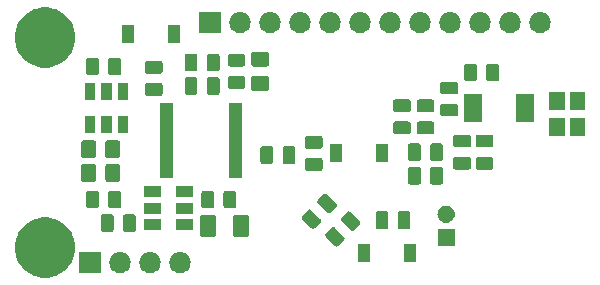
<source format=gbr>
G04 #@! TF.GenerationSoftware,KiCad,Pcbnew,(5.0.2-5)-5*
G04 #@! TF.CreationDate,2019-11-21T15:56:31-05:00*
G04 #@! TF.ProjectId,NEMA0183,4e454d41-3031-4383-932e-6b696361645f,rev?*
G04 #@! TF.SameCoordinates,Original*
G04 #@! TF.FileFunction,Soldermask,Top*
G04 #@! TF.FilePolarity,Negative*
%FSLAX46Y46*%
G04 Gerber Fmt 4.6, Leading zero omitted, Abs format (unit mm)*
G04 Created by KiCad (PCBNEW (5.0.2-5)-5) date Thursday, November 21, 2019 at 03:56:31 PM*
%MOMM*%
%LPD*%
G01*
G04 APERTURE LIST*
%ADD10C,0.100000*%
G04 APERTURE END LIST*
D10*
G36*
X52960407Y-47802851D02*
X53284041Y-47867226D01*
X53396096Y-47913641D01*
X53748256Y-48059510D01*
X54166043Y-48338666D01*
X54521334Y-48693957D01*
X54800490Y-49111744D01*
X54861455Y-49258927D01*
X54992774Y-49575959D01*
X55090800Y-50068768D01*
X55090800Y-50571232D01*
X54992774Y-51064041D01*
X54913127Y-51256325D01*
X54800490Y-51528256D01*
X54521334Y-51946043D01*
X54166043Y-52301334D01*
X53748256Y-52580490D01*
X53476325Y-52693127D01*
X53284041Y-52772774D01*
X52791233Y-52870800D01*
X52288767Y-52870800D01*
X52042364Y-52821787D01*
X51795959Y-52772774D01*
X51603675Y-52693127D01*
X51331744Y-52580490D01*
X50913957Y-52301334D01*
X50558666Y-51946043D01*
X50279510Y-51528256D01*
X50166873Y-51256325D01*
X50087226Y-51064041D01*
X49989200Y-50571232D01*
X49989200Y-50068768D01*
X50087226Y-49575959D01*
X50218545Y-49258927D01*
X50279510Y-49111744D01*
X50558666Y-48693957D01*
X50913957Y-48338666D01*
X51331744Y-48059510D01*
X51683904Y-47913641D01*
X51795959Y-47867226D01*
X52119593Y-47802851D01*
X52288767Y-47769200D01*
X52791233Y-47769200D01*
X52960407Y-47802851D01*
X52960407Y-47802851D01*
G37*
G36*
X61518362Y-50693545D02*
X61606588Y-50702234D01*
X61719789Y-50736573D01*
X61776390Y-50753743D01*
X61914980Y-50827822D01*
X61932879Y-50837389D01*
X61968609Y-50866712D01*
X62070044Y-50949956D01*
X62153288Y-51051391D01*
X62182611Y-51087121D01*
X62182612Y-51087123D01*
X62266257Y-51243610D01*
X62266257Y-51243611D01*
X62317766Y-51413412D01*
X62335158Y-51590000D01*
X62317766Y-51766588D01*
X62283427Y-51879789D01*
X62266257Y-51936390D01*
X62261097Y-51946043D01*
X62182611Y-52092879D01*
X62153288Y-52128609D01*
X62070044Y-52230044D01*
X61983175Y-52301334D01*
X61932879Y-52342611D01*
X61932877Y-52342612D01*
X61776390Y-52426257D01*
X61719789Y-52443427D01*
X61606588Y-52477766D01*
X61518362Y-52486455D01*
X61474250Y-52490800D01*
X61385750Y-52490800D01*
X61341638Y-52486455D01*
X61253412Y-52477766D01*
X61140211Y-52443427D01*
X61083610Y-52426257D01*
X60927123Y-52342612D01*
X60927121Y-52342611D01*
X60876825Y-52301334D01*
X60789956Y-52230044D01*
X60706712Y-52128609D01*
X60677389Y-52092879D01*
X60598903Y-51946043D01*
X60593743Y-51936390D01*
X60576573Y-51879789D01*
X60542234Y-51766588D01*
X60524842Y-51590000D01*
X60542234Y-51413412D01*
X60593743Y-51243611D01*
X60593743Y-51243610D01*
X60677388Y-51087123D01*
X60677389Y-51087121D01*
X60706712Y-51051391D01*
X60789956Y-50949956D01*
X60891391Y-50866712D01*
X60927121Y-50837389D01*
X60945020Y-50827822D01*
X61083610Y-50753743D01*
X61140211Y-50736573D01*
X61253412Y-50702234D01*
X61341638Y-50693545D01*
X61385750Y-50689200D01*
X61474250Y-50689200D01*
X61518362Y-50693545D01*
X61518362Y-50693545D01*
G37*
G36*
X58978362Y-50693545D02*
X59066588Y-50702234D01*
X59179789Y-50736573D01*
X59236390Y-50753743D01*
X59374980Y-50827822D01*
X59392879Y-50837389D01*
X59428609Y-50866712D01*
X59530044Y-50949956D01*
X59613288Y-51051391D01*
X59642611Y-51087121D01*
X59642612Y-51087123D01*
X59726257Y-51243610D01*
X59726257Y-51243611D01*
X59777766Y-51413412D01*
X59795158Y-51590000D01*
X59777766Y-51766588D01*
X59743427Y-51879789D01*
X59726257Y-51936390D01*
X59721097Y-51946043D01*
X59642611Y-52092879D01*
X59613288Y-52128609D01*
X59530044Y-52230044D01*
X59443175Y-52301334D01*
X59392879Y-52342611D01*
X59392877Y-52342612D01*
X59236390Y-52426257D01*
X59179789Y-52443427D01*
X59066588Y-52477766D01*
X58978362Y-52486455D01*
X58934250Y-52490800D01*
X58845750Y-52490800D01*
X58801638Y-52486455D01*
X58713412Y-52477766D01*
X58600211Y-52443427D01*
X58543610Y-52426257D01*
X58387123Y-52342612D01*
X58387121Y-52342611D01*
X58336825Y-52301334D01*
X58249956Y-52230044D01*
X58166712Y-52128609D01*
X58137389Y-52092879D01*
X58058903Y-51946043D01*
X58053743Y-51936390D01*
X58036573Y-51879789D01*
X58002234Y-51766588D01*
X57984842Y-51590000D01*
X58002234Y-51413412D01*
X58053743Y-51243611D01*
X58053743Y-51243610D01*
X58137388Y-51087123D01*
X58137389Y-51087121D01*
X58166712Y-51051391D01*
X58249956Y-50949956D01*
X58351391Y-50866712D01*
X58387121Y-50837389D01*
X58405020Y-50827822D01*
X58543610Y-50753743D01*
X58600211Y-50736573D01*
X58713412Y-50702234D01*
X58801638Y-50693545D01*
X58845750Y-50689200D01*
X58934250Y-50689200D01*
X58978362Y-50693545D01*
X58978362Y-50693545D01*
G37*
G36*
X57250800Y-52490800D02*
X55449200Y-52490800D01*
X55449200Y-50689200D01*
X57250800Y-50689200D01*
X57250800Y-52490800D01*
X57250800Y-52490800D01*
G37*
G36*
X64058362Y-50693545D02*
X64146588Y-50702234D01*
X64259789Y-50736573D01*
X64316390Y-50753743D01*
X64454980Y-50827822D01*
X64472879Y-50837389D01*
X64508609Y-50866712D01*
X64610044Y-50949956D01*
X64693288Y-51051391D01*
X64722611Y-51087121D01*
X64722612Y-51087123D01*
X64806257Y-51243610D01*
X64806257Y-51243611D01*
X64857766Y-51413412D01*
X64875158Y-51590000D01*
X64857766Y-51766588D01*
X64823427Y-51879789D01*
X64806257Y-51936390D01*
X64801097Y-51946043D01*
X64722611Y-52092879D01*
X64693288Y-52128609D01*
X64610044Y-52230044D01*
X64523175Y-52301334D01*
X64472879Y-52342611D01*
X64472877Y-52342612D01*
X64316390Y-52426257D01*
X64259789Y-52443427D01*
X64146588Y-52477766D01*
X64058362Y-52486455D01*
X64014250Y-52490800D01*
X63925750Y-52490800D01*
X63881638Y-52486455D01*
X63793412Y-52477766D01*
X63680211Y-52443427D01*
X63623610Y-52426257D01*
X63467123Y-52342612D01*
X63467121Y-52342611D01*
X63416825Y-52301334D01*
X63329956Y-52230044D01*
X63246712Y-52128609D01*
X63217389Y-52092879D01*
X63138903Y-51946043D01*
X63133743Y-51936390D01*
X63116573Y-51879789D01*
X63082234Y-51766588D01*
X63064842Y-51590000D01*
X63082234Y-51413412D01*
X63133743Y-51243611D01*
X63133743Y-51243610D01*
X63217388Y-51087123D01*
X63217389Y-51087121D01*
X63246712Y-51051391D01*
X63329956Y-50949956D01*
X63431391Y-50866712D01*
X63467121Y-50837389D01*
X63485020Y-50827822D01*
X63623610Y-50753743D01*
X63680211Y-50736573D01*
X63793412Y-50702234D01*
X63881638Y-50693545D01*
X63925750Y-50689200D01*
X64014250Y-50689200D01*
X64058362Y-50693545D01*
X64058362Y-50693545D01*
G37*
G36*
X83950800Y-51550800D02*
X82949200Y-51550800D01*
X82949200Y-50049200D01*
X83950800Y-50049200D01*
X83950800Y-51550800D01*
X83950800Y-51550800D01*
G37*
G36*
X80050800Y-51550800D02*
X79049200Y-51550800D01*
X79049200Y-50049200D01*
X80050800Y-50049200D01*
X80050800Y-51550800D01*
X80050800Y-51550800D01*
G37*
G36*
X76977025Y-48591543D02*
X77015677Y-48603268D01*
X77051301Y-48622309D01*
X77087294Y-48651848D01*
X77848152Y-49412706D01*
X77877691Y-49448699D01*
X77896732Y-49484323D01*
X77908457Y-49522975D01*
X77912416Y-49563173D01*
X77908457Y-49603371D01*
X77896732Y-49642023D01*
X77877691Y-49677647D01*
X77848152Y-49713640D01*
X77387814Y-50173978D01*
X77351821Y-50203517D01*
X77316197Y-50222558D01*
X77277545Y-50234283D01*
X77237347Y-50238242D01*
X77197149Y-50234283D01*
X77158497Y-50222558D01*
X77122873Y-50203517D01*
X77086880Y-50173978D01*
X76326022Y-49413120D01*
X76296483Y-49377127D01*
X76277442Y-49341503D01*
X76265717Y-49302851D01*
X76261758Y-49262653D01*
X76265717Y-49222455D01*
X76277442Y-49183803D01*
X76296483Y-49148179D01*
X76326022Y-49112186D01*
X76786360Y-48651848D01*
X76822353Y-48622309D01*
X76857977Y-48603268D01*
X76896629Y-48591543D01*
X76936827Y-48587584D01*
X76977025Y-48591543D01*
X76977025Y-48591543D01*
G37*
G36*
X87225800Y-50225800D02*
X85774200Y-50225800D01*
X85774200Y-48774200D01*
X87225800Y-48774200D01*
X87225800Y-50225800D01*
X87225800Y-50225800D01*
G37*
G36*
X66868465Y-47578546D02*
X66904995Y-47589627D01*
X66938659Y-47607621D01*
X66968164Y-47631836D01*
X66992379Y-47661341D01*
X67010373Y-47695005D01*
X67021454Y-47731535D01*
X67025800Y-47775660D01*
X67025800Y-49224340D01*
X67021454Y-49268465D01*
X67010373Y-49304995D01*
X66992379Y-49338659D01*
X66968164Y-49368164D01*
X66938659Y-49392379D01*
X66904995Y-49410373D01*
X66868465Y-49421454D01*
X66824340Y-49425800D01*
X65875660Y-49425800D01*
X65831535Y-49421454D01*
X65795005Y-49410373D01*
X65761341Y-49392379D01*
X65731836Y-49368164D01*
X65707621Y-49338659D01*
X65689627Y-49304995D01*
X65678546Y-49268465D01*
X65674200Y-49224340D01*
X65674200Y-47775660D01*
X65678546Y-47731535D01*
X65689627Y-47695005D01*
X65707621Y-47661341D01*
X65731836Y-47631836D01*
X65761341Y-47607621D01*
X65795005Y-47589627D01*
X65831535Y-47578546D01*
X65875660Y-47574200D01*
X66824340Y-47574200D01*
X66868465Y-47578546D01*
X66868465Y-47578546D01*
G37*
G36*
X69668465Y-47578546D02*
X69704995Y-47589627D01*
X69738659Y-47607621D01*
X69768164Y-47631836D01*
X69792379Y-47661341D01*
X69810373Y-47695005D01*
X69821454Y-47731535D01*
X69825800Y-47775660D01*
X69825800Y-49224340D01*
X69821454Y-49268465D01*
X69810373Y-49304995D01*
X69792379Y-49338659D01*
X69768164Y-49368164D01*
X69738659Y-49392379D01*
X69704995Y-49410373D01*
X69668465Y-49421454D01*
X69624340Y-49425800D01*
X68675660Y-49425800D01*
X68631535Y-49421454D01*
X68595005Y-49410373D01*
X68561341Y-49392379D01*
X68531836Y-49368164D01*
X68507621Y-49338659D01*
X68489627Y-49304995D01*
X68478546Y-49268465D01*
X68474200Y-49224340D01*
X68474200Y-47775660D01*
X68478546Y-47731535D01*
X68489627Y-47695005D01*
X68507621Y-47661341D01*
X68531836Y-47631836D01*
X68561341Y-47607621D01*
X68595005Y-47589627D01*
X68631535Y-47578546D01*
X68675660Y-47574200D01*
X69624340Y-47574200D01*
X69668465Y-47578546D01*
X69668465Y-47578546D01*
G37*
G36*
X60059348Y-47503764D02*
X60098000Y-47515489D01*
X60133624Y-47534530D01*
X60164846Y-47560154D01*
X60190470Y-47591376D01*
X60209511Y-47627000D01*
X60221236Y-47665652D01*
X60225800Y-47711991D01*
X60225800Y-48788009D01*
X60221236Y-48834348D01*
X60209511Y-48873000D01*
X60190470Y-48908624D01*
X60164846Y-48939846D01*
X60133624Y-48965470D01*
X60098000Y-48984511D01*
X60059348Y-48996236D01*
X60013009Y-49000800D01*
X59361991Y-49000800D01*
X59315652Y-48996236D01*
X59277000Y-48984511D01*
X59241376Y-48965470D01*
X59210154Y-48939846D01*
X59184530Y-48908624D01*
X59165489Y-48873000D01*
X59153764Y-48834348D01*
X59149200Y-48788009D01*
X59149200Y-47711991D01*
X59153764Y-47665652D01*
X59165489Y-47627000D01*
X59184530Y-47591376D01*
X59210154Y-47560154D01*
X59241376Y-47534530D01*
X59277000Y-47515489D01*
X59315652Y-47503764D01*
X59361991Y-47499200D01*
X60013009Y-47499200D01*
X60059348Y-47503764D01*
X60059348Y-47503764D01*
G37*
G36*
X58184348Y-47503764D02*
X58223000Y-47515489D01*
X58258624Y-47534530D01*
X58289846Y-47560154D01*
X58315470Y-47591376D01*
X58334511Y-47627000D01*
X58346236Y-47665652D01*
X58350800Y-47711991D01*
X58350800Y-48788009D01*
X58346236Y-48834348D01*
X58334511Y-48873000D01*
X58315470Y-48908624D01*
X58289846Y-48939846D01*
X58258624Y-48965470D01*
X58223000Y-48984511D01*
X58184348Y-48996236D01*
X58138009Y-49000800D01*
X57486991Y-49000800D01*
X57440652Y-48996236D01*
X57402000Y-48984511D01*
X57366376Y-48965470D01*
X57335154Y-48939846D01*
X57309530Y-48908624D01*
X57290489Y-48873000D01*
X57278764Y-48834348D01*
X57274200Y-48788009D01*
X57274200Y-47711991D01*
X57278764Y-47665652D01*
X57290489Y-47627000D01*
X57309530Y-47591376D01*
X57335154Y-47560154D01*
X57366376Y-47534530D01*
X57402000Y-47515489D01*
X57440652Y-47503764D01*
X57486991Y-47499200D01*
X58138009Y-47499200D01*
X58184348Y-47503764D01*
X58184348Y-47503764D01*
G37*
G36*
X78302851Y-47265717D02*
X78341503Y-47277442D01*
X78377127Y-47296483D01*
X78413120Y-47326022D01*
X79173978Y-48086880D01*
X79203517Y-48122873D01*
X79222558Y-48158497D01*
X79234283Y-48197149D01*
X79238242Y-48237347D01*
X79234283Y-48277545D01*
X79222558Y-48316197D01*
X79203517Y-48351821D01*
X79173978Y-48387814D01*
X78713640Y-48848152D01*
X78677647Y-48877691D01*
X78642023Y-48896732D01*
X78603371Y-48908457D01*
X78563173Y-48912416D01*
X78522975Y-48908457D01*
X78484323Y-48896732D01*
X78448699Y-48877691D01*
X78412706Y-48848152D01*
X77651848Y-48087294D01*
X77622309Y-48051301D01*
X77603268Y-48015677D01*
X77591543Y-47977025D01*
X77587584Y-47936827D01*
X77591543Y-47896629D01*
X77603268Y-47857977D01*
X77622309Y-47822353D01*
X77651848Y-47786360D01*
X78112186Y-47326022D01*
X78148179Y-47296483D01*
X78183803Y-47277442D01*
X78222455Y-47265717D01*
X78262653Y-47261758D01*
X78302851Y-47265717D01*
X78302851Y-47265717D01*
G37*
G36*
X65100800Y-48850800D02*
X63649200Y-48850800D01*
X63649200Y-47949200D01*
X65100800Y-47949200D01*
X65100800Y-48850800D01*
X65100800Y-48850800D01*
G37*
G36*
X62350800Y-48850800D02*
X60899200Y-48850800D01*
X60899200Y-47949200D01*
X62350800Y-47949200D01*
X62350800Y-48850800D01*
X62350800Y-48850800D01*
G37*
G36*
X83309348Y-47253764D02*
X83348000Y-47265489D01*
X83383624Y-47284530D01*
X83414846Y-47310154D01*
X83440470Y-47341376D01*
X83459511Y-47377000D01*
X83471236Y-47415652D01*
X83475800Y-47461991D01*
X83475800Y-48538009D01*
X83471236Y-48584348D01*
X83459511Y-48623000D01*
X83440470Y-48658624D01*
X83414846Y-48689846D01*
X83383624Y-48715470D01*
X83348000Y-48734511D01*
X83309348Y-48746236D01*
X83263009Y-48750800D01*
X82611991Y-48750800D01*
X82565652Y-48746236D01*
X82527000Y-48734511D01*
X82491376Y-48715470D01*
X82460154Y-48689846D01*
X82434530Y-48658624D01*
X82415489Y-48623000D01*
X82403764Y-48584348D01*
X82399200Y-48538009D01*
X82399200Y-47461991D01*
X82403764Y-47415652D01*
X82415489Y-47377000D01*
X82434530Y-47341376D01*
X82460154Y-47310154D01*
X82491376Y-47284530D01*
X82527000Y-47265489D01*
X82565652Y-47253764D01*
X82611991Y-47249200D01*
X83263009Y-47249200D01*
X83309348Y-47253764D01*
X83309348Y-47253764D01*
G37*
G36*
X81434348Y-47253764D02*
X81473000Y-47265489D01*
X81508624Y-47284530D01*
X81539846Y-47310154D01*
X81565470Y-47341376D01*
X81584511Y-47377000D01*
X81596236Y-47415652D01*
X81600800Y-47461991D01*
X81600800Y-48538009D01*
X81596236Y-48584348D01*
X81584511Y-48623000D01*
X81565470Y-48658624D01*
X81539846Y-48689846D01*
X81508624Y-48715470D01*
X81473000Y-48734511D01*
X81434348Y-48746236D01*
X81388009Y-48750800D01*
X80736991Y-48750800D01*
X80690652Y-48746236D01*
X80652000Y-48734511D01*
X80616376Y-48715470D01*
X80585154Y-48689846D01*
X80559530Y-48658624D01*
X80540489Y-48623000D01*
X80528764Y-48584348D01*
X80524200Y-48538009D01*
X80524200Y-47461991D01*
X80528764Y-47415652D01*
X80540489Y-47377000D01*
X80559530Y-47341376D01*
X80585154Y-47310154D01*
X80616376Y-47284530D01*
X80652000Y-47265489D01*
X80690652Y-47253764D01*
X80736991Y-47249200D01*
X81388009Y-47249200D01*
X81434348Y-47253764D01*
X81434348Y-47253764D01*
G37*
G36*
X74977025Y-47091543D02*
X75015677Y-47103268D01*
X75051301Y-47122309D01*
X75087294Y-47151848D01*
X75848152Y-47912706D01*
X75877691Y-47948699D01*
X75896732Y-47984323D01*
X75908457Y-48022975D01*
X75912416Y-48063173D01*
X75908457Y-48103371D01*
X75896732Y-48142023D01*
X75877691Y-48177647D01*
X75848152Y-48213640D01*
X75387814Y-48673978D01*
X75351821Y-48703517D01*
X75316197Y-48722558D01*
X75277545Y-48734283D01*
X75237347Y-48738242D01*
X75197149Y-48734283D01*
X75158497Y-48722558D01*
X75122873Y-48703517D01*
X75086880Y-48673978D01*
X74326022Y-47913120D01*
X74296483Y-47877127D01*
X74277442Y-47841503D01*
X74265717Y-47802851D01*
X74261758Y-47762653D01*
X74265717Y-47722455D01*
X74277442Y-47683803D01*
X74296483Y-47648179D01*
X74326022Y-47612186D01*
X74786360Y-47151848D01*
X74822353Y-47122309D01*
X74857977Y-47103268D01*
X74896629Y-47091543D01*
X74936827Y-47087584D01*
X74977025Y-47091543D01*
X74977025Y-47091543D01*
G37*
G36*
X86642283Y-46784702D02*
X86779095Y-46826204D01*
X86905184Y-46893599D01*
X87015701Y-46984299D01*
X87106401Y-47094816D01*
X87173796Y-47220905D01*
X87215298Y-47357717D01*
X87229311Y-47500000D01*
X87215298Y-47642283D01*
X87173796Y-47779095D01*
X87106401Y-47905184D01*
X87015701Y-48015701D01*
X86905184Y-48106401D01*
X86779095Y-48173796D01*
X86642283Y-48215298D01*
X86535650Y-48225800D01*
X86464350Y-48225800D01*
X86357717Y-48215298D01*
X86220905Y-48173796D01*
X86094816Y-48106401D01*
X85984299Y-48015701D01*
X85893599Y-47905184D01*
X85826204Y-47779095D01*
X85784702Y-47642283D01*
X85770689Y-47500000D01*
X85784702Y-47357717D01*
X85826204Y-47220905D01*
X85893599Y-47094816D01*
X85984299Y-46984299D01*
X86094816Y-46893599D01*
X86220905Y-46826204D01*
X86357717Y-46784702D01*
X86464350Y-46774200D01*
X86535650Y-46774200D01*
X86642283Y-46784702D01*
X86642283Y-46784702D01*
G37*
G36*
X65100800Y-47450800D02*
X63649200Y-47450800D01*
X63649200Y-46549200D01*
X65100800Y-46549200D01*
X65100800Y-47450800D01*
X65100800Y-47450800D01*
G37*
G36*
X62350800Y-47450800D02*
X60899200Y-47450800D01*
X60899200Y-46549200D01*
X62350800Y-46549200D01*
X62350800Y-47450800D01*
X62350800Y-47450800D01*
G37*
G36*
X76302851Y-45765717D02*
X76341503Y-45777442D01*
X76377127Y-45796483D01*
X76413120Y-45826022D01*
X77173978Y-46586880D01*
X77203517Y-46622873D01*
X77222558Y-46658497D01*
X77234283Y-46697149D01*
X77238242Y-46737347D01*
X77234283Y-46777545D01*
X77222558Y-46816197D01*
X77203517Y-46851821D01*
X77173978Y-46887814D01*
X76713640Y-47348152D01*
X76677647Y-47377691D01*
X76642023Y-47396732D01*
X76603371Y-47408457D01*
X76563173Y-47412416D01*
X76522975Y-47408457D01*
X76484323Y-47396732D01*
X76448699Y-47377691D01*
X76412706Y-47348152D01*
X75651848Y-46587294D01*
X75622309Y-46551301D01*
X75603268Y-46515677D01*
X75591543Y-46477025D01*
X75587584Y-46436827D01*
X75591543Y-46396629D01*
X75603268Y-46357977D01*
X75622309Y-46322353D01*
X75651848Y-46286360D01*
X76112186Y-45826022D01*
X76148179Y-45796483D01*
X76183803Y-45777442D01*
X76222455Y-45765717D01*
X76262653Y-45761758D01*
X76302851Y-45765717D01*
X76302851Y-45765717D01*
G37*
G36*
X66684348Y-45503764D02*
X66723000Y-45515489D01*
X66758624Y-45534530D01*
X66789846Y-45560154D01*
X66815470Y-45591376D01*
X66834511Y-45627000D01*
X66846236Y-45665652D01*
X66850800Y-45711991D01*
X66850800Y-46788009D01*
X66846236Y-46834348D01*
X66834511Y-46873000D01*
X66815470Y-46908624D01*
X66789846Y-46939846D01*
X66758624Y-46965470D01*
X66723000Y-46984511D01*
X66684348Y-46996236D01*
X66638009Y-47000800D01*
X65986991Y-47000800D01*
X65940652Y-46996236D01*
X65902000Y-46984511D01*
X65866376Y-46965470D01*
X65835154Y-46939846D01*
X65809530Y-46908624D01*
X65790489Y-46873000D01*
X65778764Y-46834348D01*
X65774200Y-46788009D01*
X65774200Y-45711991D01*
X65778764Y-45665652D01*
X65790489Y-45627000D01*
X65809530Y-45591376D01*
X65835154Y-45560154D01*
X65866376Y-45534530D01*
X65902000Y-45515489D01*
X65940652Y-45503764D01*
X65986991Y-45499200D01*
X66638009Y-45499200D01*
X66684348Y-45503764D01*
X66684348Y-45503764D01*
G37*
G36*
X68559348Y-45503764D02*
X68598000Y-45515489D01*
X68633624Y-45534530D01*
X68664846Y-45560154D01*
X68690470Y-45591376D01*
X68709511Y-45627000D01*
X68721236Y-45665652D01*
X68725800Y-45711991D01*
X68725800Y-46788009D01*
X68721236Y-46834348D01*
X68709511Y-46873000D01*
X68690470Y-46908624D01*
X68664846Y-46939846D01*
X68633624Y-46965470D01*
X68598000Y-46984511D01*
X68559348Y-46996236D01*
X68513009Y-47000800D01*
X67861991Y-47000800D01*
X67815652Y-46996236D01*
X67777000Y-46984511D01*
X67741376Y-46965470D01*
X67710154Y-46939846D01*
X67684530Y-46908624D01*
X67665489Y-46873000D01*
X67653764Y-46834348D01*
X67649200Y-46788009D01*
X67649200Y-45711991D01*
X67653764Y-45665652D01*
X67665489Y-45627000D01*
X67684530Y-45591376D01*
X67710154Y-45560154D01*
X67741376Y-45534530D01*
X67777000Y-45515489D01*
X67815652Y-45503764D01*
X67861991Y-45499200D01*
X68513009Y-45499200D01*
X68559348Y-45503764D01*
X68559348Y-45503764D01*
G37*
G36*
X58809348Y-45503764D02*
X58848000Y-45515489D01*
X58883624Y-45534530D01*
X58914846Y-45560154D01*
X58940470Y-45591376D01*
X58959511Y-45627000D01*
X58971236Y-45665652D01*
X58975800Y-45711991D01*
X58975800Y-46788009D01*
X58971236Y-46834348D01*
X58959511Y-46873000D01*
X58940470Y-46908624D01*
X58914846Y-46939846D01*
X58883624Y-46965470D01*
X58848000Y-46984511D01*
X58809348Y-46996236D01*
X58763009Y-47000800D01*
X58111991Y-47000800D01*
X58065652Y-46996236D01*
X58027000Y-46984511D01*
X57991376Y-46965470D01*
X57960154Y-46939846D01*
X57934530Y-46908624D01*
X57915489Y-46873000D01*
X57903764Y-46834348D01*
X57899200Y-46788009D01*
X57899200Y-45711991D01*
X57903764Y-45665652D01*
X57915489Y-45627000D01*
X57934530Y-45591376D01*
X57960154Y-45560154D01*
X57991376Y-45534530D01*
X58027000Y-45515489D01*
X58065652Y-45503764D01*
X58111991Y-45499200D01*
X58763009Y-45499200D01*
X58809348Y-45503764D01*
X58809348Y-45503764D01*
G37*
G36*
X56934348Y-45503764D02*
X56973000Y-45515489D01*
X57008624Y-45534530D01*
X57039846Y-45560154D01*
X57065470Y-45591376D01*
X57084511Y-45627000D01*
X57096236Y-45665652D01*
X57100800Y-45711991D01*
X57100800Y-46788009D01*
X57096236Y-46834348D01*
X57084511Y-46873000D01*
X57065470Y-46908624D01*
X57039846Y-46939846D01*
X57008624Y-46965470D01*
X56973000Y-46984511D01*
X56934348Y-46996236D01*
X56888009Y-47000800D01*
X56236991Y-47000800D01*
X56190652Y-46996236D01*
X56152000Y-46984511D01*
X56116376Y-46965470D01*
X56085154Y-46939846D01*
X56059530Y-46908624D01*
X56040489Y-46873000D01*
X56028764Y-46834348D01*
X56024200Y-46788009D01*
X56024200Y-45711991D01*
X56028764Y-45665652D01*
X56040489Y-45627000D01*
X56059530Y-45591376D01*
X56085154Y-45560154D01*
X56116376Y-45534530D01*
X56152000Y-45515489D01*
X56190652Y-45503764D01*
X56236991Y-45499200D01*
X56888009Y-45499200D01*
X56934348Y-45503764D01*
X56934348Y-45503764D01*
G37*
G36*
X62350800Y-46050800D02*
X60899200Y-46050800D01*
X60899200Y-45149200D01*
X62350800Y-45149200D01*
X62350800Y-46050800D01*
X62350800Y-46050800D01*
G37*
G36*
X65100800Y-46050800D02*
X63649200Y-46050800D01*
X63649200Y-45149200D01*
X65100800Y-45149200D01*
X65100800Y-46050800D01*
X65100800Y-46050800D01*
G37*
G36*
X84184348Y-43503764D02*
X84223000Y-43515489D01*
X84258624Y-43534530D01*
X84289846Y-43560154D01*
X84315470Y-43591376D01*
X84334511Y-43627000D01*
X84346236Y-43665652D01*
X84350800Y-43711991D01*
X84350800Y-44788009D01*
X84346236Y-44834348D01*
X84334511Y-44873000D01*
X84315470Y-44908624D01*
X84289846Y-44939846D01*
X84258624Y-44965470D01*
X84223000Y-44984511D01*
X84184348Y-44996236D01*
X84138009Y-45000800D01*
X83486991Y-45000800D01*
X83440652Y-44996236D01*
X83402000Y-44984511D01*
X83366376Y-44965470D01*
X83335154Y-44939846D01*
X83309530Y-44908624D01*
X83290489Y-44873000D01*
X83278764Y-44834348D01*
X83274200Y-44788009D01*
X83274200Y-43711991D01*
X83278764Y-43665652D01*
X83290489Y-43627000D01*
X83309530Y-43591376D01*
X83335154Y-43560154D01*
X83366376Y-43534530D01*
X83402000Y-43515489D01*
X83440652Y-43503764D01*
X83486991Y-43499200D01*
X84138009Y-43499200D01*
X84184348Y-43503764D01*
X84184348Y-43503764D01*
G37*
G36*
X86059348Y-43503764D02*
X86098000Y-43515489D01*
X86133624Y-43534530D01*
X86164846Y-43560154D01*
X86190470Y-43591376D01*
X86209511Y-43627000D01*
X86221236Y-43665652D01*
X86225800Y-43711991D01*
X86225800Y-44788009D01*
X86221236Y-44834348D01*
X86209511Y-44873000D01*
X86190470Y-44908624D01*
X86164846Y-44939846D01*
X86133624Y-44965470D01*
X86098000Y-44984511D01*
X86059348Y-44996236D01*
X86013009Y-45000800D01*
X85361991Y-45000800D01*
X85315652Y-44996236D01*
X85277000Y-44984511D01*
X85241376Y-44965470D01*
X85210154Y-44939846D01*
X85184530Y-44908624D01*
X85165489Y-44873000D01*
X85153764Y-44834348D01*
X85149200Y-44788009D01*
X85149200Y-43711991D01*
X85153764Y-43665652D01*
X85165489Y-43627000D01*
X85184530Y-43591376D01*
X85210154Y-43560154D01*
X85241376Y-43534530D01*
X85277000Y-43515489D01*
X85315652Y-43503764D01*
X85361991Y-43499200D01*
X86013009Y-43499200D01*
X86059348Y-43503764D01*
X86059348Y-43503764D01*
G37*
G36*
X58738543Y-43253663D02*
X58776222Y-43265093D01*
X58810939Y-43283650D01*
X58841374Y-43308626D01*
X58866350Y-43339061D01*
X58884907Y-43373778D01*
X58896337Y-43411457D01*
X58900800Y-43456773D01*
X58900800Y-44543227D01*
X58896337Y-44588543D01*
X58884907Y-44626222D01*
X58866350Y-44660939D01*
X58841374Y-44691374D01*
X58810939Y-44716350D01*
X58776222Y-44734907D01*
X58738543Y-44746337D01*
X58693227Y-44750800D01*
X57856773Y-44750800D01*
X57811457Y-44746337D01*
X57773778Y-44734907D01*
X57739061Y-44716350D01*
X57708626Y-44691374D01*
X57683650Y-44660939D01*
X57665093Y-44626222D01*
X57653663Y-44588543D01*
X57649200Y-44543227D01*
X57649200Y-43456773D01*
X57653663Y-43411457D01*
X57665093Y-43373778D01*
X57683650Y-43339061D01*
X57708626Y-43308626D01*
X57739061Y-43283650D01*
X57773778Y-43265093D01*
X57811457Y-43253663D01*
X57856773Y-43249200D01*
X58693227Y-43249200D01*
X58738543Y-43253663D01*
X58738543Y-43253663D01*
G37*
G36*
X56688543Y-43253663D02*
X56726222Y-43265093D01*
X56760939Y-43283650D01*
X56791374Y-43308626D01*
X56816350Y-43339061D01*
X56834907Y-43373778D01*
X56846337Y-43411457D01*
X56850800Y-43456773D01*
X56850800Y-44543227D01*
X56846337Y-44588543D01*
X56834907Y-44626222D01*
X56816350Y-44660939D01*
X56791374Y-44691374D01*
X56760939Y-44716350D01*
X56726222Y-44734907D01*
X56688543Y-44746337D01*
X56643227Y-44750800D01*
X55806773Y-44750800D01*
X55761457Y-44746337D01*
X55723778Y-44734907D01*
X55689061Y-44716350D01*
X55658626Y-44691374D01*
X55633650Y-44660939D01*
X55615093Y-44626222D01*
X55603663Y-44588543D01*
X55599200Y-44543227D01*
X55599200Y-43456773D01*
X55603663Y-43411457D01*
X55615093Y-43373778D01*
X55633650Y-43339061D01*
X55658626Y-43308626D01*
X55689061Y-43283650D01*
X55723778Y-43265093D01*
X55761457Y-43253663D01*
X55806773Y-43249200D01*
X56643227Y-43249200D01*
X56688543Y-43253663D01*
X56688543Y-43253663D01*
G37*
G36*
X63400800Y-44425800D02*
X62299200Y-44425800D01*
X62299200Y-38074200D01*
X63400800Y-38074200D01*
X63400800Y-44425800D01*
X63400800Y-44425800D01*
G37*
G36*
X69200800Y-44425800D02*
X68099200Y-44425800D01*
X68099200Y-38074200D01*
X69200800Y-38074200D01*
X69200800Y-44425800D01*
X69200800Y-44425800D01*
G37*
G36*
X75884348Y-42753764D02*
X75923000Y-42765489D01*
X75958624Y-42784530D01*
X75989846Y-42810154D01*
X76015470Y-42841376D01*
X76034511Y-42877000D01*
X76046236Y-42915652D01*
X76050800Y-42961991D01*
X76050800Y-43613009D01*
X76046236Y-43659348D01*
X76034511Y-43698000D01*
X76015470Y-43733624D01*
X75989846Y-43764846D01*
X75958624Y-43790470D01*
X75923000Y-43809511D01*
X75884348Y-43821236D01*
X75838009Y-43825800D01*
X74761991Y-43825800D01*
X74715652Y-43821236D01*
X74677000Y-43809511D01*
X74641376Y-43790470D01*
X74610154Y-43764846D01*
X74584530Y-43733624D01*
X74565489Y-43698000D01*
X74553764Y-43659348D01*
X74549200Y-43613009D01*
X74549200Y-42961991D01*
X74553764Y-42915652D01*
X74565489Y-42877000D01*
X74584530Y-42841376D01*
X74610154Y-42810154D01*
X74641376Y-42784530D01*
X74677000Y-42765489D01*
X74715652Y-42753764D01*
X74761991Y-42749200D01*
X75838009Y-42749200D01*
X75884348Y-42753764D01*
X75884348Y-42753764D01*
G37*
G36*
X88434348Y-42653764D02*
X88473000Y-42665489D01*
X88508624Y-42684530D01*
X88539846Y-42710154D01*
X88565470Y-42741376D01*
X88584511Y-42777000D01*
X88596236Y-42815652D01*
X88600800Y-42861991D01*
X88600800Y-43513009D01*
X88596236Y-43559348D01*
X88584511Y-43598000D01*
X88565470Y-43633624D01*
X88539846Y-43664846D01*
X88508624Y-43690470D01*
X88473000Y-43709511D01*
X88434348Y-43721236D01*
X88388009Y-43725800D01*
X87311991Y-43725800D01*
X87265652Y-43721236D01*
X87227000Y-43709511D01*
X87191376Y-43690470D01*
X87160154Y-43664846D01*
X87134530Y-43633624D01*
X87115489Y-43598000D01*
X87103764Y-43559348D01*
X87099200Y-43513009D01*
X87099200Y-42861991D01*
X87103764Y-42815652D01*
X87115489Y-42777000D01*
X87134530Y-42741376D01*
X87160154Y-42710154D01*
X87191376Y-42684530D01*
X87227000Y-42665489D01*
X87265652Y-42653764D01*
X87311991Y-42649200D01*
X88388009Y-42649200D01*
X88434348Y-42653764D01*
X88434348Y-42653764D01*
G37*
G36*
X90334348Y-42653764D02*
X90373000Y-42665489D01*
X90408624Y-42684530D01*
X90439846Y-42710154D01*
X90465470Y-42741376D01*
X90484511Y-42777000D01*
X90496236Y-42815652D01*
X90500800Y-42861991D01*
X90500800Y-43513009D01*
X90496236Y-43559348D01*
X90484511Y-43598000D01*
X90465470Y-43633624D01*
X90439846Y-43664846D01*
X90408624Y-43690470D01*
X90373000Y-43709511D01*
X90334348Y-43721236D01*
X90288009Y-43725800D01*
X89211991Y-43725800D01*
X89165652Y-43721236D01*
X89127000Y-43709511D01*
X89091376Y-43690470D01*
X89060154Y-43664846D01*
X89034530Y-43633624D01*
X89015489Y-43598000D01*
X89003764Y-43559348D01*
X88999200Y-43513009D01*
X88999200Y-42861991D01*
X89003764Y-42815652D01*
X89015489Y-42777000D01*
X89034530Y-42741376D01*
X89060154Y-42710154D01*
X89091376Y-42684530D01*
X89127000Y-42665489D01*
X89165652Y-42653764D01*
X89211991Y-42649200D01*
X90288009Y-42649200D01*
X90334348Y-42653764D01*
X90334348Y-42653764D01*
G37*
G36*
X71684348Y-41753764D02*
X71723000Y-41765489D01*
X71758624Y-41784530D01*
X71789846Y-41810154D01*
X71815470Y-41841376D01*
X71834511Y-41877000D01*
X71846236Y-41915652D01*
X71850800Y-41961991D01*
X71850800Y-43038009D01*
X71846236Y-43084348D01*
X71834511Y-43123000D01*
X71815470Y-43158624D01*
X71789846Y-43189846D01*
X71758624Y-43215470D01*
X71723000Y-43234511D01*
X71684348Y-43246236D01*
X71638009Y-43250800D01*
X70986991Y-43250800D01*
X70940652Y-43246236D01*
X70902000Y-43234511D01*
X70866376Y-43215470D01*
X70835154Y-43189846D01*
X70809530Y-43158624D01*
X70790489Y-43123000D01*
X70778764Y-43084348D01*
X70774200Y-43038009D01*
X70774200Y-41961991D01*
X70778764Y-41915652D01*
X70790489Y-41877000D01*
X70809530Y-41841376D01*
X70835154Y-41810154D01*
X70866376Y-41784530D01*
X70902000Y-41765489D01*
X70940652Y-41753764D01*
X70986991Y-41749200D01*
X71638009Y-41749200D01*
X71684348Y-41753764D01*
X71684348Y-41753764D01*
G37*
G36*
X73559348Y-41753764D02*
X73598000Y-41765489D01*
X73633624Y-41784530D01*
X73664846Y-41810154D01*
X73690470Y-41841376D01*
X73709511Y-41877000D01*
X73721236Y-41915652D01*
X73725800Y-41961991D01*
X73725800Y-43038009D01*
X73721236Y-43084348D01*
X73709511Y-43123000D01*
X73690470Y-43158624D01*
X73664846Y-43189846D01*
X73633624Y-43215470D01*
X73598000Y-43234511D01*
X73559348Y-43246236D01*
X73513009Y-43250800D01*
X72861991Y-43250800D01*
X72815652Y-43246236D01*
X72777000Y-43234511D01*
X72741376Y-43215470D01*
X72710154Y-43189846D01*
X72684530Y-43158624D01*
X72665489Y-43123000D01*
X72653764Y-43084348D01*
X72649200Y-43038009D01*
X72649200Y-41961991D01*
X72653764Y-41915652D01*
X72665489Y-41877000D01*
X72684530Y-41841376D01*
X72710154Y-41810154D01*
X72741376Y-41784530D01*
X72777000Y-41765489D01*
X72815652Y-41753764D01*
X72861991Y-41749200D01*
X73513009Y-41749200D01*
X73559348Y-41753764D01*
X73559348Y-41753764D01*
G37*
G36*
X81550800Y-43100800D02*
X80549200Y-43100800D01*
X80549200Y-41599200D01*
X81550800Y-41599200D01*
X81550800Y-43100800D01*
X81550800Y-43100800D01*
G37*
G36*
X77650800Y-43100800D02*
X76649200Y-43100800D01*
X76649200Y-41599200D01*
X77650800Y-41599200D01*
X77650800Y-43100800D01*
X77650800Y-43100800D01*
G37*
G36*
X86059348Y-41503764D02*
X86098000Y-41515489D01*
X86133624Y-41534530D01*
X86164846Y-41560154D01*
X86190470Y-41591376D01*
X86209511Y-41627000D01*
X86221236Y-41665652D01*
X86225800Y-41711991D01*
X86225800Y-42788009D01*
X86221236Y-42834348D01*
X86209511Y-42873000D01*
X86190470Y-42908624D01*
X86164846Y-42939846D01*
X86133624Y-42965470D01*
X86098000Y-42984511D01*
X86059348Y-42996236D01*
X86013009Y-43000800D01*
X85361991Y-43000800D01*
X85315652Y-42996236D01*
X85277000Y-42984511D01*
X85241376Y-42965470D01*
X85210154Y-42939846D01*
X85184530Y-42908624D01*
X85165489Y-42873000D01*
X85153764Y-42834348D01*
X85149200Y-42788009D01*
X85149200Y-41711991D01*
X85153764Y-41665652D01*
X85165489Y-41627000D01*
X85184530Y-41591376D01*
X85210154Y-41560154D01*
X85241376Y-41534530D01*
X85277000Y-41515489D01*
X85315652Y-41503764D01*
X85361991Y-41499200D01*
X86013009Y-41499200D01*
X86059348Y-41503764D01*
X86059348Y-41503764D01*
G37*
G36*
X84184348Y-41503764D02*
X84223000Y-41515489D01*
X84258624Y-41534530D01*
X84289846Y-41560154D01*
X84315470Y-41591376D01*
X84334511Y-41627000D01*
X84346236Y-41665652D01*
X84350800Y-41711991D01*
X84350800Y-42788009D01*
X84346236Y-42834348D01*
X84334511Y-42873000D01*
X84315470Y-42908624D01*
X84289846Y-42939846D01*
X84258624Y-42965470D01*
X84223000Y-42984511D01*
X84184348Y-42996236D01*
X84138009Y-43000800D01*
X83486991Y-43000800D01*
X83440652Y-42996236D01*
X83402000Y-42984511D01*
X83366376Y-42965470D01*
X83335154Y-42939846D01*
X83309530Y-42908624D01*
X83290489Y-42873000D01*
X83278764Y-42834348D01*
X83274200Y-42788009D01*
X83274200Y-41711991D01*
X83278764Y-41665652D01*
X83290489Y-41627000D01*
X83309530Y-41591376D01*
X83335154Y-41560154D01*
X83366376Y-41534530D01*
X83402000Y-41515489D01*
X83440652Y-41503764D01*
X83486991Y-41499200D01*
X84138009Y-41499200D01*
X84184348Y-41503764D01*
X84184348Y-41503764D01*
G37*
G36*
X56688544Y-41253663D02*
X56726223Y-41265093D01*
X56760940Y-41283650D01*
X56791375Y-41308626D01*
X56816351Y-41339061D01*
X56834908Y-41373778D01*
X56846338Y-41411457D01*
X56850801Y-41456773D01*
X56850801Y-42543227D01*
X56846338Y-42588543D01*
X56834908Y-42626222D01*
X56816351Y-42660939D01*
X56791375Y-42691374D01*
X56760940Y-42716350D01*
X56726223Y-42734907D01*
X56688544Y-42746337D01*
X56643228Y-42750800D01*
X55806774Y-42750800D01*
X55761458Y-42746337D01*
X55723779Y-42734907D01*
X55689062Y-42716350D01*
X55658627Y-42691374D01*
X55633651Y-42660939D01*
X55615094Y-42626222D01*
X55603664Y-42588543D01*
X55599201Y-42543227D01*
X55599201Y-41456773D01*
X55603664Y-41411457D01*
X55615094Y-41373778D01*
X55633651Y-41339061D01*
X55658627Y-41308626D01*
X55689062Y-41283650D01*
X55723779Y-41265093D01*
X55761458Y-41253663D01*
X55806774Y-41249200D01*
X56643228Y-41249200D01*
X56688544Y-41253663D01*
X56688544Y-41253663D01*
G37*
G36*
X58738542Y-41253663D02*
X58776221Y-41265093D01*
X58810938Y-41283650D01*
X58841373Y-41308626D01*
X58866349Y-41339061D01*
X58884906Y-41373778D01*
X58896336Y-41411457D01*
X58900799Y-41456773D01*
X58900799Y-42543227D01*
X58896336Y-42588543D01*
X58884906Y-42626222D01*
X58866349Y-42660939D01*
X58841373Y-42691374D01*
X58810938Y-42716350D01*
X58776221Y-42734907D01*
X58738542Y-42746337D01*
X58693226Y-42750800D01*
X57856772Y-42750800D01*
X57811456Y-42746337D01*
X57773777Y-42734907D01*
X57739060Y-42716350D01*
X57708625Y-42691374D01*
X57683649Y-42660939D01*
X57665092Y-42626222D01*
X57653662Y-42588543D01*
X57649199Y-42543227D01*
X57649199Y-41456773D01*
X57653662Y-41411457D01*
X57665092Y-41373778D01*
X57683649Y-41339061D01*
X57708625Y-41308626D01*
X57739060Y-41283650D01*
X57773777Y-41265093D01*
X57811456Y-41253663D01*
X57856772Y-41249200D01*
X58693226Y-41249200D01*
X58738542Y-41253663D01*
X58738542Y-41253663D01*
G37*
G36*
X75884348Y-40878764D02*
X75923000Y-40890489D01*
X75958624Y-40909530D01*
X75989846Y-40935154D01*
X76015470Y-40966376D01*
X76034511Y-41002000D01*
X76046236Y-41040652D01*
X76050800Y-41086991D01*
X76050800Y-41738009D01*
X76046236Y-41784348D01*
X76034511Y-41823000D01*
X76015470Y-41858624D01*
X75989846Y-41889846D01*
X75958624Y-41915470D01*
X75923000Y-41934511D01*
X75884348Y-41946236D01*
X75838009Y-41950800D01*
X74761991Y-41950800D01*
X74715652Y-41946236D01*
X74677000Y-41934511D01*
X74641376Y-41915470D01*
X74610154Y-41889846D01*
X74584530Y-41858624D01*
X74565489Y-41823000D01*
X74553764Y-41784348D01*
X74549200Y-41738009D01*
X74549200Y-41086991D01*
X74553764Y-41040652D01*
X74565489Y-41002000D01*
X74584530Y-40966376D01*
X74610154Y-40935154D01*
X74641376Y-40909530D01*
X74677000Y-40890489D01*
X74715652Y-40878764D01*
X74761991Y-40874200D01*
X75838009Y-40874200D01*
X75884348Y-40878764D01*
X75884348Y-40878764D01*
G37*
G36*
X90334348Y-40778764D02*
X90373000Y-40790489D01*
X90408624Y-40809530D01*
X90439846Y-40835154D01*
X90465470Y-40866376D01*
X90484511Y-40902000D01*
X90496236Y-40940652D01*
X90500800Y-40986991D01*
X90500800Y-41638009D01*
X90496236Y-41684348D01*
X90484511Y-41723000D01*
X90465470Y-41758624D01*
X90439846Y-41789846D01*
X90408624Y-41815470D01*
X90373000Y-41834511D01*
X90334348Y-41846236D01*
X90288009Y-41850800D01*
X89211991Y-41850800D01*
X89165652Y-41846236D01*
X89127000Y-41834511D01*
X89091376Y-41815470D01*
X89060154Y-41789846D01*
X89034530Y-41758624D01*
X89015489Y-41723000D01*
X89003764Y-41684348D01*
X88999200Y-41638009D01*
X88999200Y-40986991D01*
X89003764Y-40940652D01*
X89015489Y-40902000D01*
X89034530Y-40866376D01*
X89060154Y-40835154D01*
X89091376Y-40809530D01*
X89127000Y-40790489D01*
X89165652Y-40778764D01*
X89211991Y-40774200D01*
X90288009Y-40774200D01*
X90334348Y-40778764D01*
X90334348Y-40778764D01*
G37*
G36*
X88434348Y-40778764D02*
X88473000Y-40790489D01*
X88508624Y-40809530D01*
X88539846Y-40835154D01*
X88565470Y-40866376D01*
X88584511Y-40902000D01*
X88596236Y-40940652D01*
X88600800Y-40986991D01*
X88600800Y-41638009D01*
X88596236Y-41684348D01*
X88584511Y-41723000D01*
X88565470Y-41758624D01*
X88539846Y-41789846D01*
X88508624Y-41815470D01*
X88473000Y-41834511D01*
X88434348Y-41846236D01*
X88388009Y-41850800D01*
X87311991Y-41850800D01*
X87265652Y-41846236D01*
X87227000Y-41834511D01*
X87191376Y-41815470D01*
X87160154Y-41789846D01*
X87134530Y-41758624D01*
X87115489Y-41723000D01*
X87103764Y-41684348D01*
X87099200Y-41638009D01*
X87099200Y-40986991D01*
X87103764Y-40940652D01*
X87115489Y-40902000D01*
X87134530Y-40866376D01*
X87160154Y-40835154D01*
X87191376Y-40809530D01*
X87227000Y-40790489D01*
X87265652Y-40778764D01*
X87311991Y-40774200D01*
X88388009Y-40774200D01*
X88434348Y-40778764D01*
X88434348Y-40778764D01*
G37*
G36*
X98250800Y-40850800D02*
X96949200Y-40850800D01*
X96949200Y-39349200D01*
X98250800Y-39349200D01*
X98250800Y-40850800D01*
X98250800Y-40850800D01*
G37*
G36*
X96550800Y-40850800D02*
X95249200Y-40850800D01*
X95249200Y-39349200D01*
X96550800Y-39349200D01*
X96550800Y-40850800D01*
X96550800Y-40850800D01*
G37*
G36*
X85334348Y-39653764D02*
X85373000Y-39665489D01*
X85408624Y-39684530D01*
X85439846Y-39710154D01*
X85465470Y-39741376D01*
X85484511Y-39777000D01*
X85496236Y-39815652D01*
X85500800Y-39861991D01*
X85500800Y-40513009D01*
X85496236Y-40559348D01*
X85484511Y-40598000D01*
X85465470Y-40633624D01*
X85439846Y-40664846D01*
X85408624Y-40690470D01*
X85373000Y-40709511D01*
X85334348Y-40721236D01*
X85288009Y-40725800D01*
X84211991Y-40725800D01*
X84165652Y-40721236D01*
X84127000Y-40709511D01*
X84091376Y-40690470D01*
X84060154Y-40664846D01*
X84034530Y-40633624D01*
X84015489Y-40598000D01*
X84003764Y-40559348D01*
X83999200Y-40513009D01*
X83999200Y-39861991D01*
X84003764Y-39815652D01*
X84015489Y-39777000D01*
X84034530Y-39741376D01*
X84060154Y-39710154D01*
X84091376Y-39684530D01*
X84127000Y-39665489D01*
X84165652Y-39653764D01*
X84211991Y-39649200D01*
X85288009Y-39649200D01*
X85334348Y-39653764D01*
X85334348Y-39653764D01*
G37*
G36*
X83334348Y-39653764D02*
X83373000Y-39665489D01*
X83408624Y-39684530D01*
X83439846Y-39710154D01*
X83465470Y-39741376D01*
X83484511Y-39777000D01*
X83496236Y-39815652D01*
X83500800Y-39861991D01*
X83500800Y-40513009D01*
X83496236Y-40559348D01*
X83484511Y-40598000D01*
X83465470Y-40633624D01*
X83439846Y-40664846D01*
X83408624Y-40690470D01*
X83373000Y-40709511D01*
X83334348Y-40721236D01*
X83288009Y-40725800D01*
X82211991Y-40725800D01*
X82165652Y-40721236D01*
X82127000Y-40709511D01*
X82091376Y-40690470D01*
X82060154Y-40664846D01*
X82034530Y-40633624D01*
X82015489Y-40598000D01*
X82003764Y-40559348D01*
X81999200Y-40513009D01*
X81999200Y-39861991D01*
X82003764Y-39815652D01*
X82015489Y-39777000D01*
X82034530Y-39741376D01*
X82060154Y-39710154D01*
X82091376Y-39684530D01*
X82127000Y-39665489D01*
X82165652Y-39653764D01*
X82211991Y-39649200D01*
X83288009Y-39649200D01*
X83334348Y-39653764D01*
X83334348Y-39653764D01*
G37*
G36*
X58200800Y-40600800D02*
X57299200Y-40600800D01*
X57299200Y-39149200D01*
X58200800Y-39149200D01*
X58200800Y-40600800D01*
X58200800Y-40600800D01*
G37*
G36*
X56800800Y-40600800D02*
X55899200Y-40600800D01*
X55899200Y-39149200D01*
X56800800Y-39149200D01*
X56800800Y-40600800D01*
X56800800Y-40600800D01*
G37*
G36*
X59600800Y-40600800D02*
X58699200Y-40600800D01*
X58699200Y-39149200D01*
X59600800Y-39149200D01*
X59600800Y-40600800D01*
X59600800Y-40600800D01*
G37*
G36*
X93950800Y-39700800D02*
X92449200Y-39700800D01*
X92449200Y-37299200D01*
X93950800Y-37299200D01*
X93950800Y-39700800D01*
X93950800Y-39700800D01*
G37*
G36*
X89550800Y-39700800D02*
X88049200Y-39700800D01*
X88049200Y-37299200D01*
X89550800Y-37299200D01*
X89550800Y-39700800D01*
X89550800Y-39700800D01*
G37*
G36*
X87334348Y-38153764D02*
X87373000Y-38165489D01*
X87408624Y-38184530D01*
X87439846Y-38210154D01*
X87465470Y-38241376D01*
X87484511Y-38277000D01*
X87496236Y-38315652D01*
X87500800Y-38361991D01*
X87500800Y-39013009D01*
X87496236Y-39059348D01*
X87484511Y-39098000D01*
X87465470Y-39133624D01*
X87439846Y-39164846D01*
X87408624Y-39190470D01*
X87373000Y-39209511D01*
X87334348Y-39221236D01*
X87288009Y-39225800D01*
X86211991Y-39225800D01*
X86165652Y-39221236D01*
X86127000Y-39209511D01*
X86091376Y-39190470D01*
X86060154Y-39164846D01*
X86034530Y-39133624D01*
X86015489Y-39098000D01*
X86003764Y-39059348D01*
X85999200Y-39013009D01*
X85999200Y-38361991D01*
X86003764Y-38315652D01*
X86015489Y-38277000D01*
X86034530Y-38241376D01*
X86060154Y-38210154D01*
X86091376Y-38184530D01*
X86127000Y-38165489D01*
X86165652Y-38153764D01*
X86211991Y-38149200D01*
X87288009Y-38149200D01*
X87334348Y-38153764D01*
X87334348Y-38153764D01*
G37*
G36*
X83334348Y-37778764D02*
X83373000Y-37790489D01*
X83408624Y-37809530D01*
X83439846Y-37835154D01*
X83465470Y-37866376D01*
X83484511Y-37902000D01*
X83496236Y-37940652D01*
X83500800Y-37986991D01*
X83500800Y-38638009D01*
X83496236Y-38684348D01*
X83484511Y-38723000D01*
X83465470Y-38758624D01*
X83439846Y-38789846D01*
X83408624Y-38815470D01*
X83373000Y-38834511D01*
X83334348Y-38846236D01*
X83288009Y-38850800D01*
X82211991Y-38850800D01*
X82165652Y-38846236D01*
X82127000Y-38834511D01*
X82091376Y-38815470D01*
X82060154Y-38789846D01*
X82034530Y-38758624D01*
X82015489Y-38723000D01*
X82003764Y-38684348D01*
X81999200Y-38638009D01*
X81999200Y-37986991D01*
X82003764Y-37940652D01*
X82015489Y-37902000D01*
X82034530Y-37866376D01*
X82060154Y-37835154D01*
X82091376Y-37809530D01*
X82127000Y-37790489D01*
X82165652Y-37778764D01*
X82211991Y-37774200D01*
X83288009Y-37774200D01*
X83334348Y-37778764D01*
X83334348Y-37778764D01*
G37*
G36*
X85334348Y-37778764D02*
X85373000Y-37790489D01*
X85408624Y-37809530D01*
X85439846Y-37835154D01*
X85465470Y-37866376D01*
X85484511Y-37902000D01*
X85496236Y-37940652D01*
X85500800Y-37986991D01*
X85500800Y-38638009D01*
X85496236Y-38684348D01*
X85484511Y-38723000D01*
X85465470Y-38758624D01*
X85439846Y-38789846D01*
X85408624Y-38815470D01*
X85373000Y-38834511D01*
X85334348Y-38846236D01*
X85288009Y-38850800D01*
X84211991Y-38850800D01*
X84165652Y-38846236D01*
X84127000Y-38834511D01*
X84091376Y-38815470D01*
X84060154Y-38789846D01*
X84034530Y-38758624D01*
X84015489Y-38723000D01*
X84003764Y-38684348D01*
X83999200Y-38638009D01*
X83999200Y-37986991D01*
X84003764Y-37940652D01*
X84015489Y-37902000D01*
X84034530Y-37866376D01*
X84060154Y-37835154D01*
X84091376Y-37809530D01*
X84127000Y-37790489D01*
X84165652Y-37778764D01*
X84211991Y-37774200D01*
X85288009Y-37774200D01*
X85334348Y-37778764D01*
X85334348Y-37778764D01*
G37*
G36*
X96550800Y-38650800D02*
X95249200Y-38650800D01*
X95249200Y-37149200D01*
X96550800Y-37149200D01*
X96550800Y-38650800D01*
X96550800Y-38650800D01*
G37*
G36*
X98250800Y-38650800D02*
X96949200Y-38650800D01*
X96949200Y-37149200D01*
X98250800Y-37149200D01*
X98250800Y-38650800D01*
X98250800Y-38650800D01*
G37*
G36*
X59600800Y-37850800D02*
X58699200Y-37850800D01*
X58699200Y-36399200D01*
X59600800Y-36399200D01*
X59600800Y-37850800D01*
X59600800Y-37850800D01*
G37*
G36*
X56800800Y-37850800D02*
X55899200Y-37850800D01*
X55899200Y-36399200D01*
X56800800Y-36399200D01*
X56800800Y-37850800D01*
X56800800Y-37850800D01*
G37*
G36*
X58200800Y-37850800D02*
X57299200Y-37850800D01*
X57299200Y-36399200D01*
X58200800Y-36399200D01*
X58200800Y-37850800D01*
X58200800Y-37850800D01*
G37*
G36*
X62334348Y-36403764D02*
X62373000Y-36415489D01*
X62408624Y-36434530D01*
X62439846Y-36460154D01*
X62465470Y-36491376D01*
X62484511Y-36527000D01*
X62496236Y-36565652D01*
X62500800Y-36611991D01*
X62500800Y-37263009D01*
X62496236Y-37309348D01*
X62484511Y-37348000D01*
X62465470Y-37383624D01*
X62439846Y-37414846D01*
X62408624Y-37440470D01*
X62373000Y-37459511D01*
X62334348Y-37471236D01*
X62288009Y-37475800D01*
X61211991Y-37475800D01*
X61165652Y-37471236D01*
X61127000Y-37459511D01*
X61091376Y-37440470D01*
X61060154Y-37414846D01*
X61034530Y-37383624D01*
X61015489Y-37348000D01*
X61003764Y-37309348D01*
X60999200Y-37263009D01*
X60999200Y-36611991D01*
X61003764Y-36565652D01*
X61015489Y-36527000D01*
X61034530Y-36491376D01*
X61060154Y-36460154D01*
X61091376Y-36434530D01*
X61127000Y-36415489D01*
X61165652Y-36403764D01*
X61211991Y-36399200D01*
X62288009Y-36399200D01*
X62334348Y-36403764D01*
X62334348Y-36403764D01*
G37*
G36*
X65284348Y-35903764D02*
X65323000Y-35915489D01*
X65358624Y-35934530D01*
X65389846Y-35960154D01*
X65415470Y-35991376D01*
X65434511Y-36027000D01*
X65446236Y-36065652D01*
X65450800Y-36111991D01*
X65450800Y-37188009D01*
X65446236Y-37234348D01*
X65434511Y-37273000D01*
X65415470Y-37308624D01*
X65389846Y-37339846D01*
X65358624Y-37365470D01*
X65323000Y-37384511D01*
X65284348Y-37396236D01*
X65238009Y-37400800D01*
X64586991Y-37400800D01*
X64540652Y-37396236D01*
X64502000Y-37384511D01*
X64466376Y-37365470D01*
X64435154Y-37339846D01*
X64409530Y-37308624D01*
X64390489Y-37273000D01*
X64378764Y-37234348D01*
X64374200Y-37188009D01*
X64374200Y-36111991D01*
X64378764Y-36065652D01*
X64390489Y-36027000D01*
X64409530Y-35991376D01*
X64435154Y-35960154D01*
X64466376Y-35934530D01*
X64502000Y-35915489D01*
X64540652Y-35903764D01*
X64586991Y-35899200D01*
X65238009Y-35899200D01*
X65284348Y-35903764D01*
X65284348Y-35903764D01*
G37*
G36*
X67159348Y-35903764D02*
X67198000Y-35915489D01*
X67233624Y-35934530D01*
X67264846Y-35960154D01*
X67290470Y-35991376D01*
X67309511Y-36027000D01*
X67321236Y-36065652D01*
X67325800Y-36111991D01*
X67325800Y-37188009D01*
X67321236Y-37234348D01*
X67309511Y-37273000D01*
X67290470Y-37308624D01*
X67264846Y-37339846D01*
X67233624Y-37365470D01*
X67198000Y-37384511D01*
X67159348Y-37396236D01*
X67113009Y-37400800D01*
X66461991Y-37400800D01*
X66415652Y-37396236D01*
X66377000Y-37384511D01*
X66341376Y-37365470D01*
X66310154Y-37339846D01*
X66284530Y-37308624D01*
X66265489Y-37273000D01*
X66253764Y-37234348D01*
X66249200Y-37188009D01*
X66249200Y-36111991D01*
X66253764Y-36065652D01*
X66265489Y-36027000D01*
X66284530Y-35991376D01*
X66310154Y-35960154D01*
X66341376Y-35934530D01*
X66377000Y-35915489D01*
X66415652Y-35903764D01*
X66461991Y-35899200D01*
X67113009Y-35899200D01*
X67159348Y-35903764D01*
X67159348Y-35903764D01*
G37*
G36*
X87334348Y-36278764D02*
X87373000Y-36290489D01*
X87408624Y-36309530D01*
X87439846Y-36335154D01*
X87465470Y-36366376D01*
X87484511Y-36402000D01*
X87496236Y-36440652D01*
X87500800Y-36486991D01*
X87500800Y-37138009D01*
X87496236Y-37184348D01*
X87484511Y-37223000D01*
X87465470Y-37258624D01*
X87439846Y-37289846D01*
X87408624Y-37315470D01*
X87373000Y-37334511D01*
X87334348Y-37346236D01*
X87288009Y-37350800D01*
X86211991Y-37350800D01*
X86165652Y-37346236D01*
X86127000Y-37334511D01*
X86091376Y-37315470D01*
X86060154Y-37289846D01*
X86034530Y-37258624D01*
X86015489Y-37223000D01*
X86003764Y-37184348D01*
X85999200Y-37138009D01*
X85999200Y-36486991D01*
X86003764Y-36440652D01*
X86015489Y-36402000D01*
X86034530Y-36366376D01*
X86060154Y-36335154D01*
X86091376Y-36309530D01*
X86127000Y-36290489D01*
X86165652Y-36278764D01*
X86211991Y-36274200D01*
X87288009Y-36274200D01*
X87334348Y-36278764D01*
X87334348Y-36278764D01*
G37*
G36*
X71338543Y-35803663D02*
X71376222Y-35815093D01*
X71410939Y-35833650D01*
X71441374Y-35858626D01*
X71466350Y-35889061D01*
X71484907Y-35923778D01*
X71496337Y-35961457D01*
X71500800Y-36006773D01*
X71500800Y-36843227D01*
X71496337Y-36888543D01*
X71484907Y-36926222D01*
X71466350Y-36960939D01*
X71441374Y-36991374D01*
X71410939Y-37016350D01*
X71376222Y-37034907D01*
X71338543Y-37046337D01*
X71293227Y-37050800D01*
X70206773Y-37050800D01*
X70161457Y-37046337D01*
X70123778Y-37034907D01*
X70089061Y-37016350D01*
X70058626Y-36991374D01*
X70033650Y-36960939D01*
X70015093Y-36926222D01*
X70003663Y-36888543D01*
X69999200Y-36843227D01*
X69999200Y-36006773D01*
X70003663Y-35961457D01*
X70015093Y-35923778D01*
X70033650Y-35889061D01*
X70058626Y-35858626D01*
X70089061Y-35833650D01*
X70123778Y-35815093D01*
X70161457Y-35803663D01*
X70206773Y-35799200D01*
X71293227Y-35799200D01*
X71338543Y-35803663D01*
X71338543Y-35803663D01*
G37*
G36*
X69334348Y-35803764D02*
X69373000Y-35815489D01*
X69408624Y-35834530D01*
X69439846Y-35860154D01*
X69465470Y-35891376D01*
X69484511Y-35927000D01*
X69496236Y-35965652D01*
X69500800Y-36011991D01*
X69500800Y-36663009D01*
X69496236Y-36709348D01*
X69484511Y-36748000D01*
X69465470Y-36783624D01*
X69439846Y-36814846D01*
X69408624Y-36840470D01*
X69373000Y-36859511D01*
X69334348Y-36871236D01*
X69288009Y-36875800D01*
X68211991Y-36875800D01*
X68165652Y-36871236D01*
X68127000Y-36859511D01*
X68091376Y-36840470D01*
X68060154Y-36814846D01*
X68034530Y-36783624D01*
X68015489Y-36748000D01*
X68003764Y-36709348D01*
X67999200Y-36663009D01*
X67999200Y-36011991D01*
X68003764Y-35965652D01*
X68015489Y-35927000D01*
X68034530Y-35891376D01*
X68060154Y-35860154D01*
X68091376Y-35834530D01*
X68127000Y-35815489D01*
X68165652Y-35803764D01*
X68211991Y-35799200D01*
X69288009Y-35799200D01*
X69334348Y-35803764D01*
X69334348Y-35803764D01*
G37*
G36*
X88934348Y-34753764D02*
X88973000Y-34765489D01*
X89008624Y-34784530D01*
X89039846Y-34810154D01*
X89065470Y-34841376D01*
X89084511Y-34877000D01*
X89096236Y-34915652D01*
X89100800Y-34961991D01*
X89100800Y-36038009D01*
X89096236Y-36084348D01*
X89084511Y-36123000D01*
X89065470Y-36158624D01*
X89039846Y-36189846D01*
X89008624Y-36215470D01*
X88973000Y-36234511D01*
X88934348Y-36246236D01*
X88888009Y-36250800D01*
X88236991Y-36250800D01*
X88190652Y-36246236D01*
X88152000Y-36234511D01*
X88116376Y-36215470D01*
X88085154Y-36189846D01*
X88059530Y-36158624D01*
X88040489Y-36123000D01*
X88028764Y-36084348D01*
X88024200Y-36038009D01*
X88024200Y-34961991D01*
X88028764Y-34915652D01*
X88040489Y-34877000D01*
X88059530Y-34841376D01*
X88085154Y-34810154D01*
X88116376Y-34784530D01*
X88152000Y-34765489D01*
X88190652Y-34753764D01*
X88236991Y-34749200D01*
X88888009Y-34749200D01*
X88934348Y-34753764D01*
X88934348Y-34753764D01*
G37*
G36*
X90809348Y-34753764D02*
X90848000Y-34765489D01*
X90883624Y-34784530D01*
X90914846Y-34810154D01*
X90940470Y-34841376D01*
X90959511Y-34877000D01*
X90971236Y-34915652D01*
X90975800Y-34961991D01*
X90975800Y-36038009D01*
X90971236Y-36084348D01*
X90959511Y-36123000D01*
X90940470Y-36158624D01*
X90914846Y-36189846D01*
X90883624Y-36215470D01*
X90848000Y-36234511D01*
X90809348Y-36246236D01*
X90763009Y-36250800D01*
X90111991Y-36250800D01*
X90065652Y-36246236D01*
X90027000Y-36234511D01*
X89991376Y-36215470D01*
X89960154Y-36189846D01*
X89934530Y-36158624D01*
X89915489Y-36123000D01*
X89903764Y-36084348D01*
X89899200Y-36038009D01*
X89899200Y-34961991D01*
X89903764Y-34915652D01*
X89915489Y-34877000D01*
X89934530Y-34841376D01*
X89960154Y-34810154D01*
X89991376Y-34784530D01*
X90027000Y-34765489D01*
X90065652Y-34753764D01*
X90111991Y-34749200D01*
X90763009Y-34749200D01*
X90809348Y-34753764D01*
X90809348Y-34753764D01*
G37*
G36*
X58809348Y-34253764D02*
X58848000Y-34265489D01*
X58883624Y-34284530D01*
X58914846Y-34310154D01*
X58940470Y-34341376D01*
X58959511Y-34377000D01*
X58971236Y-34415652D01*
X58975800Y-34461991D01*
X58975800Y-35538009D01*
X58971236Y-35584348D01*
X58959511Y-35623000D01*
X58940470Y-35658624D01*
X58914846Y-35689846D01*
X58883624Y-35715470D01*
X58848000Y-35734511D01*
X58809348Y-35746236D01*
X58763009Y-35750800D01*
X58111991Y-35750800D01*
X58065652Y-35746236D01*
X58027000Y-35734511D01*
X57991376Y-35715470D01*
X57960154Y-35689846D01*
X57934530Y-35658624D01*
X57915489Y-35623000D01*
X57903764Y-35584348D01*
X57899200Y-35538009D01*
X57899200Y-34461991D01*
X57903764Y-34415652D01*
X57915489Y-34377000D01*
X57934530Y-34341376D01*
X57960154Y-34310154D01*
X57991376Y-34284530D01*
X58027000Y-34265489D01*
X58065652Y-34253764D01*
X58111991Y-34249200D01*
X58763009Y-34249200D01*
X58809348Y-34253764D01*
X58809348Y-34253764D01*
G37*
G36*
X56934348Y-34253764D02*
X56973000Y-34265489D01*
X57008624Y-34284530D01*
X57039846Y-34310154D01*
X57065470Y-34341376D01*
X57084511Y-34377000D01*
X57096236Y-34415652D01*
X57100800Y-34461991D01*
X57100800Y-35538009D01*
X57096236Y-35584348D01*
X57084511Y-35623000D01*
X57065470Y-35658624D01*
X57039846Y-35689846D01*
X57008624Y-35715470D01*
X56973000Y-35734511D01*
X56934348Y-35746236D01*
X56888009Y-35750800D01*
X56236991Y-35750800D01*
X56190652Y-35746236D01*
X56152000Y-35734511D01*
X56116376Y-35715470D01*
X56085154Y-35689846D01*
X56059530Y-35658624D01*
X56040489Y-35623000D01*
X56028764Y-35584348D01*
X56024200Y-35538009D01*
X56024200Y-34461991D01*
X56028764Y-34415652D01*
X56040489Y-34377000D01*
X56059530Y-34341376D01*
X56085154Y-34310154D01*
X56116376Y-34284530D01*
X56152000Y-34265489D01*
X56190652Y-34253764D01*
X56236991Y-34249200D01*
X56888009Y-34249200D01*
X56934348Y-34253764D01*
X56934348Y-34253764D01*
G37*
G36*
X62334348Y-34528764D02*
X62373000Y-34540489D01*
X62408624Y-34559530D01*
X62439846Y-34585154D01*
X62465470Y-34616376D01*
X62484511Y-34652000D01*
X62496236Y-34690652D01*
X62500800Y-34736991D01*
X62500800Y-35388009D01*
X62496236Y-35434348D01*
X62484511Y-35473000D01*
X62465470Y-35508624D01*
X62439846Y-35539846D01*
X62408624Y-35565470D01*
X62373000Y-35584511D01*
X62334348Y-35596236D01*
X62288009Y-35600800D01*
X61211991Y-35600800D01*
X61165652Y-35596236D01*
X61127000Y-35584511D01*
X61091376Y-35565470D01*
X61060154Y-35539846D01*
X61034530Y-35508624D01*
X61015489Y-35473000D01*
X61003764Y-35434348D01*
X60999200Y-35388009D01*
X60999200Y-34736991D01*
X61003764Y-34690652D01*
X61015489Y-34652000D01*
X61034530Y-34616376D01*
X61060154Y-34585154D01*
X61091376Y-34559530D01*
X61127000Y-34540489D01*
X61165652Y-34528764D01*
X61211991Y-34524200D01*
X62288009Y-34524200D01*
X62334348Y-34528764D01*
X62334348Y-34528764D01*
G37*
G36*
X67159348Y-33903764D02*
X67198000Y-33915489D01*
X67233624Y-33934530D01*
X67264846Y-33960154D01*
X67290470Y-33991376D01*
X67309511Y-34027000D01*
X67321236Y-34065652D01*
X67325800Y-34111991D01*
X67325800Y-35188009D01*
X67321236Y-35234348D01*
X67309511Y-35273000D01*
X67290470Y-35308624D01*
X67264846Y-35339846D01*
X67233624Y-35365470D01*
X67198000Y-35384511D01*
X67159348Y-35396236D01*
X67113009Y-35400800D01*
X66461991Y-35400800D01*
X66415652Y-35396236D01*
X66377000Y-35384511D01*
X66341376Y-35365470D01*
X66310154Y-35339846D01*
X66284530Y-35308624D01*
X66265489Y-35273000D01*
X66253764Y-35234348D01*
X66249200Y-35188009D01*
X66249200Y-34111991D01*
X66253764Y-34065652D01*
X66265489Y-34027000D01*
X66284530Y-33991376D01*
X66310154Y-33960154D01*
X66341376Y-33934530D01*
X66377000Y-33915489D01*
X66415652Y-33903764D01*
X66461991Y-33899200D01*
X67113009Y-33899200D01*
X67159348Y-33903764D01*
X67159348Y-33903764D01*
G37*
G36*
X65284348Y-33903764D02*
X65323000Y-33915489D01*
X65358624Y-33934530D01*
X65389846Y-33960154D01*
X65415470Y-33991376D01*
X65434511Y-34027000D01*
X65446236Y-34065652D01*
X65450800Y-34111991D01*
X65450800Y-35188009D01*
X65446236Y-35234348D01*
X65434511Y-35273000D01*
X65415470Y-35308624D01*
X65389846Y-35339846D01*
X65358624Y-35365470D01*
X65323000Y-35384511D01*
X65284348Y-35396236D01*
X65238009Y-35400800D01*
X64586991Y-35400800D01*
X64540652Y-35396236D01*
X64502000Y-35384511D01*
X64466376Y-35365470D01*
X64435154Y-35339846D01*
X64409530Y-35308624D01*
X64390489Y-35273000D01*
X64378764Y-35234348D01*
X64374200Y-35188009D01*
X64374200Y-34111991D01*
X64378764Y-34065652D01*
X64390489Y-34027000D01*
X64409530Y-33991376D01*
X64435154Y-33960154D01*
X64466376Y-33934530D01*
X64502000Y-33915489D01*
X64540652Y-33903764D01*
X64586991Y-33899200D01*
X65238009Y-33899200D01*
X65284348Y-33903764D01*
X65284348Y-33903764D01*
G37*
G36*
X53284041Y-30087226D02*
X53476325Y-30166873D01*
X53748256Y-30279510D01*
X54166043Y-30558666D01*
X54521334Y-30913957D01*
X54800490Y-31331744D01*
X54869852Y-31499200D01*
X54918394Y-31616389D01*
X54992774Y-31795960D01*
X55090800Y-32288767D01*
X55090800Y-32791233D01*
X54992774Y-33284040D01*
X54800490Y-33748256D01*
X54521334Y-34166043D01*
X54166043Y-34521334D01*
X53748256Y-34800490D01*
X53487197Y-34908624D01*
X53284041Y-34992774D01*
X53155462Y-35018350D01*
X52791233Y-35090800D01*
X52288767Y-35090800D01*
X51924538Y-35018350D01*
X51795959Y-34992774D01*
X51592803Y-34908624D01*
X51331744Y-34800490D01*
X50913957Y-34521334D01*
X50558666Y-34166043D01*
X50279510Y-33748256D01*
X50087226Y-33284040D01*
X49989200Y-32791233D01*
X49989200Y-32288767D01*
X50087226Y-31795960D01*
X50161607Y-31616389D01*
X50210148Y-31499200D01*
X50279510Y-31331744D01*
X50558666Y-30913957D01*
X50913957Y-30558666D01*
X51331744Y-30279510D01*
X51603675Y-30166873D01*
X51795959Y-30087226D01*
X52288767Y-29989200D01*
X52791233Y-29989200D01*
X53284041Y-30087226D01*
X53284041Y-30087226D01*
G37*
G36*
X69334348Y-33928764D02*
X69373000Y-33940489D01*
X69408624Y-33959530D01*
X69439846Y-33985154D01*
X69465470Y-34016376D01*
X69484511Y-34052000D01*
X69496236Y-34090652D01*
X69500800Y-34136991D01*
X69500800Y-34788009D01*
X69496236Y-34834348D01*
X69484511Y-34873000D01*
X69465470Y-34908624D01*
X69439846Y-34939846D01*
X69408624Y-34965470D01*
X69373000Y-34984511D01*
X69334348Y-34996236D01*
X69288009Y-35000800D01*
X68211991Y-35000800D01*
X68165652Y-34996236D01*
X68127000Y-34984511D01*
X68091376Y-34965470D01*
X68060154Y-34939846D01*
X68034530Y-34908624D01*
X68015489Y-34873000D01*
X68003764Y-34834348D01*
X67999200Y-34788009D01*
X67999200Y-34136991D01*
X68003764Y-34090652D01*
X68015489Y-34052000D01*
X68034530Y-34016376D01*
X68060154Y-33985154D01*
X68091376Y-33959530D01*
X68127000Y-33940489D01*
X68165652Y-33928764D01*
X68211991Y-33924200D01*
X69288009Y-33924200D01*
X69334348Y-33928764D01*
X69334348Y-33928764D01*
G37*
G36*
X71338543Y-33753663D02*
X71376222Y-33765093D01*
X71410939Y-33783650D01*
X71441374Y-33808626D01*
X71466350Y-33839061D01*
X71484907Y-33873778D01*
X71496337Y-33911457D01*
X71500800Y-33956773D01*
X71500800Y-34793227D01*
X71496337Y-34838543D01*
X71484907Y-34876222D01*
X71466350Y-34910939D01*
X71441374Y-34941374D01*
X71410939Y-34966350D01*
X71376222Y-34984907D01*
X71338543Y-34996337D01*
X71293227Y-35000800D01*
X70206773Y-35000800D01*
X70161457Y-34996337D01*
X70123778Y-34984907D01*
X70089061Y-34966350D01*
X70058626Y-34941374D01*
X70033650Y-34910939D01*
X70015093Y-34876222D01*
X70003663Y-34838543D01*
X69999200Y-34793227D01*
X69999200Y-33956773D01*
X70003663Y-33911457D01*
X70015093Y-33873778D01*
X70033650Y-33839061D01*
X70058626Y-33808626D01*
X70089061Y-33783650D01*
X70123778Y-33765093D01*
X70161457Y-33753663D01*
X70206773Y-33749200D01*
X71293227Y-33749200D01*
X71338543Y-33753663D01*
X71338543Y-33753663D01*
G37*
G36*
X60050800Y-33000800D02*
X59049200Y-33000800D01*
X59049200Y-31499200D01*
X60050800Y-31499200D01*
X60050800Y-33000800D01*
X60050800Y-33000800D01*
G37*
G36*
X63950800Y-33000800D02*
X62949200Y-33000800D01*
X62949200Y-31499200D01*
X63950800Y-31499200D01*
X63950800Y-33000800D01*
X63950800Y-33000800D01*
G37*
G36*
X94538362Y-30373545D02*
X94626588Y-30382234D01*
X94739789Y-30416573D01*
X94796390Y-30433743D01*
X94934980Y-30507822D01*
X94952879Y-30517389D01*
X94988609Y-30546712D01*
X95090044Y-30629956D01*
X95173288Y-30731391D01*
X95202611Y-30767121D01*
X95202612Y-30767123D01*
X95286257Y-30923610D01*
X95286257Y-30923611D01*
X95337766Y-31093412D01*
X95355158Y-31270000D01*
X95337766Y-31446588D01*
X95321806Y-31499200D01*
X95286257Y-31616390D01*
X95212178Y-31754980D01*
X95202611Y-31772879D01*
X95183669Y-31795960D01*
X95090044Y-31910044D01*
X94988609Y-31993288D01*
X94952879Y-32022611D01*
X94952877Y-32022612D01*
X94796390Y-32106257D01*
X94739789Y-32123427D01*
X94626588Y-32157766D01*
X94538362Y-32166455D01*
X94494250Y-32170800D01*
X94405750Y-32170800D01*
X94361638Y-32166455D01*
X94273412Y-32157766D01*
X94160211Y-32123427D01*
X94103610Y-32106257D01*
X93947123Y-32022612D01*
X93947121Y-32022611D01*
X93911391Y-31993288D01*
X93809956Y-31910044D01*
X93716331Y-31795960D01*
X93697389Y-31772879D01*
X93687822Y-31754980D01*
X93613743Y-31616390D01*
X93578194Y-31499200D01*
X93562234Y-31446588D01*
X93544842Y-31270000D01*
X93562234Y-31093412D01*
X93613743Y-30923611D01*
X93613743Y-30923610D01*
X93697388Y-30767123D01*
X93697389Y-30767121D01*
X93726712Y-30731391D01*
X93809956Y-30629956D01*
X93911391Y-30546712D01*
X93947121Y-30517389D01*
X93965020Y-30507822D01*
X94103610Y-30433743D01*
X94160211Y-30416573D01*
X94273412Y-30382234D01*
X94361638Y-30373545D01*
X94405750Y-30369200D01*
X94494250Y-30369200D01*
X94538362Y-30373545D01*
X94538362Y-30373545D01*
G37*
G36*
X91998362Y-30373545D02*
X92086588Y-30382234D01*
X92199789Y-30416573D01*
X92256390Y-30433743D01*
X92394980Y-30507822D01*
X92412879Y-30517389D01*
X92448609Y-30546712D01*
X92550044Y-30629956D01*
X92633288Y-30731391D01*
X92662611Y-30767121D01*
X92662612Y-30767123D01*
X92746257Y-30923610D01*
X92746257Y-30923611D01*
X92797766Y-31093412D01*
X92815158Y-31270000D01*
X92797766Y-31446588D01*
X92781806Y-31499200D01*
X92746257Y-31616390D01*
X92672178Y-31754980D01*
X92662611Y-31772879D01*
X92643669Y-31795960D01*
X92550044Y-31910044D01*
X92448609Y-31993288D01*
X92412879Y-32022611D01*
X92412877Y-32022612D01*
X92256390Y-32106257D01*
X92199789Y-32123427D01*
X92086588Y-32157766D01*
X91998362Y-32166455D01*
X91954250Y-32170800D01*
X91865750Y-32170800D01*
X91821638Y-32166455D01*
X91733412Y-32157766D01*
X91620211Y-32123427D01*
X91563610Y-32106257D01*
X91407123Y-32022612D01*
X91407121Y-32022611D01*
X91371391Y-31993288D01*
X91269956Y-31910044D01*
X91176331Y-31795960D01*
X91157389Y-31772879D01*
X91147822Y-31754980D01*
X91073743Y-31616390D01*
X91038194Y-31499200D01*
X91022234Y-31446588D01*
X91004842Y-31270000D01*
X91022234Y-31093412D01*
X91073743Y-30923611D01*
X91073743Y-30923610D01*
X91157388Y-30767123D01*
X91157389Y-30767121D01*
X91186712Y-30731391D01*
X91269956Y-30629956D01*
X91371391Y-30546712D01*
X91407121Y-30517389D01*
X91425020Y-30507822D01*
X91563610Y-30433743D01*
X91620211Y-30416573D01*
X91733412Y-30382234D01*
X91821638Y-30373545D01*
X91865750Y-30369200D01*
X91954250Y-30369200D01*
X91998362Y-30373545D01*
X91998362Y-30373545D01*
G37*
G36*
X89458362Y-30373545D02*
X89546588Y-30382234D01*
X89659789Y-30416573D01*
X89716390Y-30433743D01*
X89854980Y-30507822D01*
X89872879Y-30517389D01*
X89908609Y-30546712D01*
X90010044Y-30629956D01*
X90093288Y-30731391D01*
X90122611Y-30767121D01*
X90122612Y-30767123D01*
X90206257Y-30923610D01*
X90206257Y-30923611D01*
X90257766Y-31093412D01*
X90275158Y-31270000D01*
X90257766Y-31446588D01*
X90241806Y-31499200D01*
X90206257Y-31616390D01*
X90132178Y-31754980D01*
X90122611Y-31772879D01*
X90103669Y-31795960D01*
X90010044Y-31910044D01*
X89908609Y-31993288D01*
X89872879Y-32022611D01*
X89872877Y-32022612D01*
X89716390Y-32106257D01*
X89659789Y-32123427D01*
X89546588Y-32157766D01*
X89458362Y-32166455D01*
X89414250Y-32170800D01*
X89325750Y-32170800D01*
X89281638Y-32166455D01*
X89193412Y-32157766D01*
X89080211Y-32123427D01*
X89023610Y-32106257D01*
X88867123Y-32022612D01*
X88867121Y-32022611D01*
X88831391Y-31993288D01*
X88729956Y-31910044D01*
X88636331Y-31795960D01*
X88617389Y-31772879D01*
X88607822Y-31754980D01*
X88533743Y-31616390D01*
X88498194Y-31499200D01*
X88482234Y-31446588D01*
X88464842Y-31270000D01*
X88482234Y-31093412D01*
X88533743Y-30923611D01*
X88533743Y-30923610D01*
X88617388Y-30767123D01*
X88617389Y-30767121D01*
X88646712Y-30731391D01*
X88729956Y-30629956D01*
X88831391Y-30546712D01*
X88867121Y-30517389D01*
X88885020Y-30507822D01*
X89023610Y-30433743D01*
X89080211Y-30416573D01*
X89193412Y-30382234D01*
X89281638Y-30373545D01*
X89325750Y-30369200D01*
X89414250Y-30369200D01*
X89458362Y-30373545D01*
X89458362Y-30373545D01*
G37*
G36*
X69138362Y-30373545D02*
X69226588Y-30382234D01*
X69339789Y-30416573D01*
X69396390Y-30433743D01*
X69534980Y-30507822D01*
X69552879Y-30517389D01*
X69588609Y-30546712D01*
X69690044Y-30629956D01*
X69773288Y-30731391D01*
X69802611Y-30767121D01*
X69802612Y-30767123D01*
X69886257Y-30923610D01*
X69886257Y-30923611D01*
X69937766Y-31093412D01*
X69955158Y-31270000D01*
X69937766Y-31446588D01*
X69921806Y-31499200D01*
X69886257Y-31616390D01*
X69812178Y-31754980D01*
X69802611Y-31772879D01*
X69783669Y-31795960D01*
X69690044Y-31910044D01*
X69588609Y-31993288D01*
X69552879Y-32022611D01*
X69552877Y-32022612D01*
X69396390Y-32106257D01*
X69339789Y-32123427D01*
X69226588Y-32157766D01*
X69138362Y-32166455D01*
X69094250Y-32170800D01*
X69005750Y-32170800D01*
X68961638Y-32166455D01*
X68873412Y-32157766D01*
X68760211Y-32123427D01*
X68703610Y-32106257D01*
X68547123Y-32022612D01*
X68547121Y-32022611D01*
X68511391Y-31993288D01*
X68409956Y-31910044D01*
X68316331Y-31795960D01*
X68297389Y-31772879D01*
X68287822Y-31754980D01*
X68213743Y-31616390D01*
X68178194Y-31499200D01*
X68162234Y-31446588D01*
X68144842Y-31270000D01*
X68162234Y-31093412D01*
X68213743Y-30923611D01*
X68213743Y-30923610D01*
X68297388Y-30767123D01*
X68297389Y-30767121D01*
X68326712Y-30731391D01*
X68409956Y-30629956D01*
X68511391Y-30546712D01*
X68547121Y-30517389D01*
X68565020Y-30507822D01*
X68703610Y-30433743D01*
X68760211Y-30416573D01*
X68873412Y-30382234D01*
X68961638Y-30373545D01*
X69005750Y-30369200D01*
X69094250Y-30369200D01*
X69138362Y-30373545D01*
X69138362Y-30373545D01*
G37*
G36*
X84378362Y-30373545D02*
X84466588Y-30382234D01*
X84579789Y-30416573D01*
X84636390Y-30433743D01*
X84774980Y-30507822D01*
X84792879Y-30517389D01*
X84828609Y-30546712D01*
X84930044Y-30629956D01*
X85013288Y-30731391D01*
X85042611Y-30767121D01*
X85042612Y-30767123D01*
X85126257Y-30923610D01*
X85126257Y-30923611D01*
X85177766Y-31093412D01*
X85195158Y-31270000D01*
X85177766Y-31446588D01*
X85161806Y-31499200D01*
X85126257Y-31616390D01*
X85052178Y-31754980D01*
X85042611Y-31772879D01*
X85023669Y-31795960D01*
X84930044Y-31910044D01*
X84828609Y-31993288D01*
X84792879Y-32022611D01*
X84792877Y-32022612D01*
X84636390Y-32106257D01*
X84579789Y-32123427D01*
X84466588Y-32157766D01*
X84378362Y-32166455D01*
X84334250Y-32170800D01*
X84245750Y-32170800D01*
X84201638Y-32166455D01*
X84113412Y-32157766D01*
X84000211Y-32123427D01*
X83943610Y-32106257D01*
X83787123Y-32022612D01*
X83787121Y-32022611D01*
X83751391Y-31993288D01*
X83649956Y-31910044D01*
X83556331Y-31795960D01*
X83537389Y-31772879D01*
X83527822Y-31754980D01*
X83453743Y-31616390D01*
X83418194Y-31499200D01*
X83402234Y-31446588D01*
X83384842Y-31270000D01*
X83402234Y-31093412D01*
X83453743Y-30923611D01*
X83453743Y-30923610D01*
X83537388Y-30767123D01*
X83537389Y-30767121D01*
X83566712Y-30731391D01*
X83649956Y-30629956D01*
X83751391Y-30546712D01*
X83787121Y-30517389D01*
X83805020Y-30507822D01*
X83943610Y-30433743D01*
X84000211Y-30416573D01*
X84113412Y-30382234D01*
X84201638Y-30373545D01*
X84245750Y-30369200D01*
X84334250Y-30369200D01*
X84378362Y-30373545D01*
X84378362Y-30373545D01*
G37*
G36*
X81838362Y-30373545D02*
X81926588Y-30382234D01*
X82039789Y-30416573D01*
X82096390Y-30433743D01*
X82234980Y-30507822D01*
X82252879Y-30517389D01*
X82288609Y-30546712D01*
X82390044Y-30629956D01*
X82473288Y-30731391D01*
X82502611Y-30767121D01*
X82502612Y-30767123D01*
X82586257Y-30923610D01*
X82586257Y-30923611D01*
X82637766Y-31093412D01*
X82655158Y-31270000D01*
X82637766Y-31446588D01*
X82621806Y-31499200D01*
X82586257Y-31616390D01*
X82512178Y-31754980D01*
X82502611Y-31772879D01*
X82483669Y-31795960D01*
X82390044Y-31910044D01*
X82288609Y-31993288D01*
X82252879Y-32022611D01*
X82252877Y-32022612D01*
X82096390Y-32106257D01*
X82039789Y-32123427D01*
X81926588Y-32157766D01*
X81838362Y-32166455D01*
X81794250Y-32170800D01*
X81705750Y-32170800D01*
X81661638Y-32166455D01*
X81573412Y-32157766D01*
X81460211Y-32123427D01*
X81403610Y-32106257D01*
X81247123Y-32022612D01*
X81247121Y-32022611D01*
X81211391Y-31993288D01*
X81109956Y-31910044D01*
X81016331Y-31795960D01*
X80997389Y-31772879D01*
X80987822Y-31754980D01*
X80913743Y-31616390D01*
X80878194Y-31499200D01*
X80862234Y-31446588D01*
X80844842Y-31270000D01*
X80862234Y-31093412D01*
X80913743Y-30923611D01*
X80913743Y-30923610D01*
X80997388Y-30767123D01*
X80997389Y-30767121D01*
X81026712Y-30731391D01*
X81109956Y-30629956D01*
X81211391Y-30546712D01*
X81247121Y-30517389D01*
X81265020Y-30507822D01*
X81403610Y-30433743D01*
X81460211Y-30416573D01*
X81573412Y-30382234D01*
X81661638Y-30373545D01*
X81705750Y-30369200D01*
X81794250Y-30369200D01*
X81838362Y-30373545D01*
X81838362Y-30373545D01*
G37*
G36*
X79298362Y-30373545D02*
X79386588Y-30382234D01*
X79499789Y-30416573D01*
X79556390Y-30433743D01*
X79694980Y-30507822D01*
X79712879Y-30517389D01*
X79748609Y-30546712D01*
X79850044Y-30629956D01*
X79933288Y-30731391D01*
X79962611Y-30767121D01*
X79962612Y-30767123D01*
X80046257Y-30923610D01*
X80046257Y-30923611D01*
X80097766Y-31093412D01*
X80115158Y-31270000D01*
X80097766Y-31446588D01*
X80081806Y-31499200D01*
X80046257Y-31616390D01*
X79972178Y-31754980D01*
X79962611Y-31772879D01*
X79943669Y-31795960D01*
X79850044Y-31910044D01*
X79748609Y-31993288D01*
X79712879Y-32022611D01*
X79712877Y-32022612D01*
X79556390Y-32106257D01*
X79499789Y-32123427D01*
X79386588Y-32157766D01*
X79298362Y-32166455D01*
X79254250Y-32170800D01*
X79165750Y-32170800D01*
X79121638Y-32166455D01*
X79033412Y-32157766D01*
X78920211Y-32123427D01*
X78863610Y-32106257D01*
X78707123Y-32022612D01*
X78707121Y-32022611D01*
X78671391Y-31993288D01*
X78569956Y-31910044D01*
X78476331Y-31795960D01*
X78457389Y-31772879D01*
X78447822Y-31754980D01*
X78373743Y-31616390D01*
X78338194Y-31499200D01*
X78322234Y-31446588D01*
X78304842Y-31270000D01*
X78322234Y-31093412D01*
X78373743Y-30923611D01*
X78373743Y-30923610D01*
X78457388Y-30767123D01*
X78457389Y-30767121D01*
X78486712Y-30731391D01*
X78569956Y-30629956D01*
X78671391Y-30546712D01*
X78707121Y-30517389D01*
X78725020Y-30507822D01*
X78863610Y-30433743D01*
X78920211Y-30416573D01*
X79033412Y-30382234D01*
X79121638Y-30373545D01*
X79165750Y-30369200D01*
X79254250Y-30369200D01*
X79298362Y-30373545D01*
X79298362Y-30373545D01*
G37*
G36*
X76758362Y-30373545D02*
X76846588Y-30382234D01*
X76959789Y-30416573D01*
X77016390Y-30433743D01*
X77154980Y-30507822D01*
X77172879Y-30517389D01*
X77208609Y-30546712D01*
X77310044Y-30629956D01*
X77393288Y-30731391D01*
X77422611Y-30767121D01*
X77422612Y-30767123D01*
X77506257Y-30923610D01*
X77506257Y-30923611D01*
X77557766Y-31093412D01*
X77575158Y-31270000D01*
X77557766Y-31446588D01*
X77541806Y-31499200D01*
X77506257Y-31616390D01*
X77432178Y-31754980D01*
X77422611Y-31772879D01*
X77403669Y-31795960D01*
X77310044Y-31910044D01*
X77208609Y-31993288D01*
X77172879Y-32022611D01*
X77172877Y-32022612D01*
X77016390Y-32106257D01*
X76959789Y-32123427D01*
X76846588Y-32157766D01*
X76758362Y-32166455D01*
X76714250Y-32170800D01*
X76625750Y-32170800D01*
X76581638Y-32166455D01*
X76493412Y-32157766D01*
X76380211Y-32123427D01*
X76323610Y-32106257D01*
X76167123Y-32022612D01*
X76167121Y-32022611D01*
X76131391Y-31993288D01*
X76029956Y-31910044D01*
X75936331Y-31795960D01*
X75917389Y-31772879D01*
X75907822Y-31754980D01*
X75833743Y-31616390D01*
X75798194Y-31499200D01*
X75782234Y-31446588D01*
X75764842Y-31270000D01*
X75782234Y-31093412D01*
X75833743Y-30923611D01*
X75833743Y-30923610D01*
X75917388Y-30767123D01*
X75917389Y-30767121D01*
X75946712Y-30731391D01*
X76029956Y-30629956D01*
X76131391Y-30546712D01*
X76167121Y-30517389D01*
X76185020Y-30507822D01*
X76323610Y-30433743D01*
X76380211Y-30416573D01*
X76493412Y-30382234D01*
X76581638Y-30373545D01*
X76625750Y-30369200D01*
X76714250Y-30369200D01*
X76758362Y-30373545D01*
X76758362Y-30373545D01*
G37*
G36*
X74218362Y-30373545D02*
X74306588Y-30382234D01*
X74419789Y-30416573D01*
X74476390Y-30433743D01*
X74614980Y-30507822D01*
X74632879Y-30517389D01*
X74668609Y-30546712D01*
X74770044Y-30629956D01*
X74853288Y-30731391D01*
X74882611Y-30767121D01*
X74882612Y-30767123D01*
X74966257Y-30923610D01*
X74966257Y-30923611D01*
X75017766Y-31093412D01*
X75035158Y-31270000D01*
X75017766Y-31446588D01*
X75001806Y-31499200D01*
X74966257Y-31616390D01*
X74892178Y-31754980D01*
X74882611Y-31772879D01*
X74863669Y-31795960D01*
X74770044Y-31910044D01*
X74668609Y-31993288D01*
X74632879Y-32022611D01*
X74632877Y-32022612D01*
X74476390Y-32106257D01*
X74419789Y-32123427D01*
X74306588Y-32157766D01*
X74218362Y-32166455D01*
X74174250Y-32170800D01*
X74085750Y-32170800D01*
X74041638Y-32166455D01*
X73953412Y-32157766D01*
X73840211Y-32123427D01*
X73783610Y-32106257D01*
X73627123Y-32022612D01*
X73627121Y-32022611D01*
X73591391Y-31993288D01*
X73489956Y-31910044D01*
X73396331Y-31795960D01*
X73377389Y-31772879D01*
X73367822Y-31754980D01*
X73293743Y-31616390D01*
X73258194Y-31499200D01*
X73242234Y-31446588D01*
X73224842Y-31270000D01*
X73242234Y-31093412D01*
X73293743Y-30923611D01*
X73293743Y-30923610D01*
X73377388Y-30767123D01*
X73377389Y-30767121D01*
X73406712Y-30731391D01*
X73489956Y-30629956D01*
X73591391Y-30546712D01*
X73627121Y-30517389D01*
X73645020Y-30507822D01*
X73783610Y-30433743D01*
X73840211Y-30416573D01*
X73953412Y-30382234D01*
X74041638Y-30373545D01*
X74085750Y-30369200D01*
X74174250Y-30369200D01*
X74218362Y-30373545D01*
X74218362Y-30373545D01*
G37*
G36*
X71678362Y-30373545D02*
X71766588Y-30382234D01*
X71879789Y-30416573D01*
X71936390Y-30433743D01*
X72074980Y-30507822D01*
X72092879Y-30517389D01*
X72128609Y-30546712D01*
X72230044Y-30629956D01*
X72313288Y-30731391D01*
X72342611Y-30767121D01*
X72342612Y-30767123D01*
X72426257Y-30923610D01*
X72426257Y-30923611D01*
X72477766Y-31093412D01*
X72495158Y-31270000D01*
X72477766Y-31446588D01*
X72461806Y-31499200D01*
X72426257Y-31616390D01*
X72352178Y-31754980D01*
X72342611Y-31772879D01*
X72323669Y-31795960D01*
X72230044Y-31910044D01*
X72128609Y-31993288D01*
X72092879Y-32022611D01*
X72092877Y-32022612D01*
X71936390Y-32106257D01*
X71879789Y-32123427D01*
X71766588Y-32157766D01*
X71678362Y-32166455D01*
X71634250Y-32170800D01*
X71545750Y-32170800D01*
X71501638Y-32166455D01*
X71413412Y-32157766D01*
X71300211Y-32123427D01*
X71243610Y-32106257D01*
X71087123Y-32022612D01*
X71087121Y-32022611D01*
X71051391Y-31993288D01*
X70949956Y-31910044D01*
X70856331Y-31795960D01*
X70837389Y-31772879D01*
X70827822Y-31754980D01*
X70753743Y-31616390D01*
X70718194Y-31499200D01*
X70702234Y-31446588D01*
X70684842Y-31270000D01*
X70702234Y-31093412D01*
X70753743Y-30923611D01*
X70753743Y-30923610D01*
X70837388Y-30767123D01*
X70837389Y-30767121D01*
X70866712Y-30731391D01*
X70949956Y-30629956D01*
X71051391Y-30546712D01*
X71087121Y-30517389D01*
X71105020Y-30507822D01*
X71243610Y-30433743D01*
X71300211Y-30416573D01*
X71413412Y-30382234D01*
X71501638Y-30373545D01*
X71545750Y-30369200D01*
X71634250Y-30369200D01*
X71678362Y-30373545D01*
X71678362Y-30373545D01*
G37*
G36*
X67410800Y-32170800D02*
X65609200Y-32170800D01*
X65609200Y-30369200D01*
X67410800Y-30369200D01*
X67410800Y-32170800D01*
X67410800Y-32170800D01*
G37*
G36*
X86918362Y-30373545D02*
X87006588Y-30382234D01*
X87119789Y-30416573D01*
X87176390Y-30433743D01*
X87314980Y-30507822D01*
X87332879Y-30517389D01*
X87368609Y-30546712D01*
X87470044Y-30629956D01*
X87553288Y-30731391D01*
X87582611Y-30767121D01*
X87582612Y-30767123D01*
X87666257Y-30923610D01*
X87666257Y-30923611D01*
X87717766Y-31093412D01*
X87735158Y-31270000D01*
X87717766Y-31446588D01*
X87701806Y-31499200D01*
X87666257Y-31616390D01*
X87592178Y-31754980D01*
X87582611Y-31772879D01*
X87563669Y-31795960D01*
X87470044Y-31910044D01*
X87368609Y-31993288D01*
X87332879Y-32022611D01*
X87332877Y-32022612D01*
X87176390Y-32106257D01*
X87119789Y-32123427D01*
X87006588Y-32157766D01*
X86918362Y-32166455D01*
X86874250Y-32170800D01*
X86785750Y-32170800D01*
X86741638Y-32166455D01*
X86653412Y-32157766D01*
X86540211Y-32123427D01*
X86483610Y-32106257D01*
X86327123Y-32022612D01*
X86327121Y-32022611D01*
X86291391Y-31993288D01*
X86189956Y-31910044D01*
X86096331Y-31795960D01*
X86077389Y-31772879D01*
X86067822Y-31754980D01*
X85993743Y-31616390D01*
X85958194Y-31499200D01*
X85942234Y-31446588D01*
X85924842Y-31270000D01*
X85942234Y-31093412D01*
X85993743Y-30923611D01*
X85993743Y-30923610D01*
X86077388Y-30767123D01*
X86077389Y-30767121D01*
X86106712Y-30731391D01*
X86189956Y-30629956D01*
X86291391Y-30546712D01*
X86327121Y-30517389D01*
X86345020Y-30507822D01*
X86483610Y-30433743D01*
X86540211Y-30416573D01*
X86653412Y-30382234D01*
X86741638Y-30373545D01*
X86785750Y-30369200D01*
X86874250Y-30369200D01*
X86918362Y-30373545D01*
X86918362Y-30373545D01*
G37*
M02*

</source>
